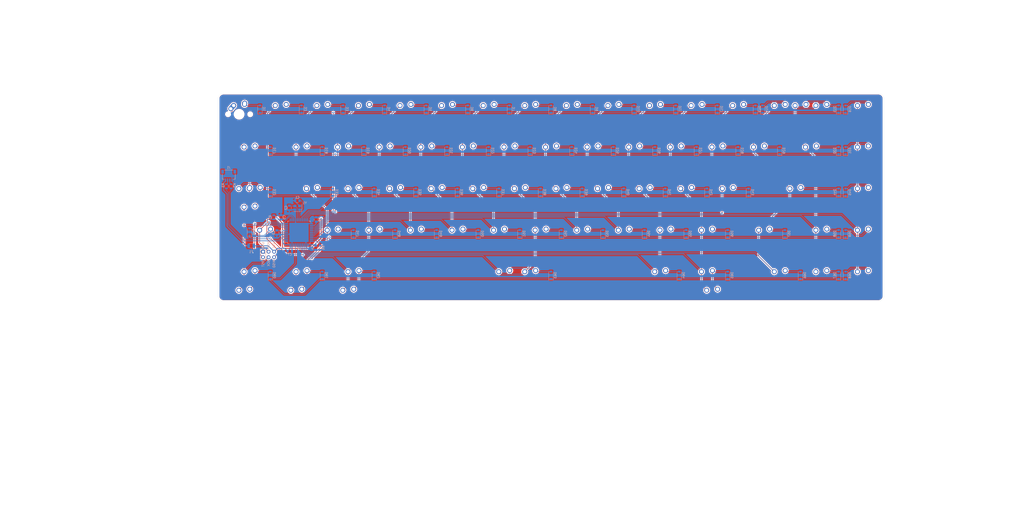
<source format=kicad_pcb>
(kicad_pcb (version 20171130) (host pcbnew "(5.1.4)-1")
  (layers (0 F.Cu signal) (31 B.Cu signal) (34 B.Paste user) (35 F.Paste user) (36 B.SilkS user) (37 F.SilkS user) (38 B.Mask user) (39 F.Mask user) (44 Edge.Cuts user))
  (net 0 "")
  (net 1 "Net-(C1-Pad1)")
  (net 2 GND)
  (net 3 "Net-(C2-Pad1)")
  (net 4 "Net-(C3-Pad1)")
  (net 5 +5V)
  (net 6 ROW0)
  (net 7 "Net-(D1-Pad2)")
  (net 8 "Net-(D2-Pad2)")
  (net 9 "Net-(D3-Pad2)")
  (net 10 "Net-(D4-Pad2)")
  (net 11 "Net-(D5-Pad2)")
  (net 12 "Net-(D6-Pad2)")
  (net 13 "Net-(D7-Pad2)")
  (net 14 "Net-(D8-Pad2)")
  (net 15 "Net-(D9-Pad2)")
  (net 16 "Net-(D10-Pad2)")
  (net 17 "Net-(D11-Pad2)")
  (net 18 "Net-(D12-Pad2)")
  (net 19 "Net-(D13-Pad2)")
  (net 20 "Net-(D14-Pad2)")
  (net 21 "Net-(D15-Pad2)")
  (net 22 "Net-(D16-Pad2)")
  (net 23 ROW1)
  (net 24 "Net-(D17-Pad2)")
  (net 25 "Net-(D18-Pad2)")
  (net 26 "Net-(D19-Pad2)")
  (net 27 "Net-(D20-Pad2)")
  (net 28 "Net-(D21-Pad2)")
  (net 29 "Net-(D22-Pad2)")
  (net 30 "Net-(D23-Pad2)")
  (net 31 "Net-(D24-Pad2)")
  (net 32 "Net-(D25-Pad2)")
  (net 33 "Net-(D26-Pad2)")
  (net 34 "Net-(D27-Pad2)")
  (net 35 "Net-(D28-Pad2)")
  (net 36 "Net-(D29-Pad2)")
  (net 37 "Net-(D30-Pad2)")
  (net 38 "Net-(D31-Pad2)")
  (net 39 ROW2)
  (net 40 "Net-(D32-Pad2)")
  (net 41 "Net-(D33-Pad2)")
  (net 42 "Net-(D34-Pad2)")
  (net 43 "Net-(D35-Pad2)")
  (net 44 "Net-(D36-Pad2)")
  (net 45 "Net-(D37-Pad2)")
  (net 46 "Net-(D38-Pad2)")
  (net 47 "Net-(D39-Pad2)")
  (net 48 "Net-(D40-Pad2)")
  (net 49 "Net-(D41-Pad2)")
  (net 50 "Net-(D42-Pad2)")
  (net 51 "Net-(D43-Pad2)")
  (net 52 "Net-(D44-Pad2)")
  (net 53 "Net-(D45-Pad2)")
  (net 54 ROW3)
  (net 55 "Net-(D46-Pad2)")
  (net 56 "Net-(D47-Pad2)")
  (net 57 "Net-(D48-Pad2)")
  (net 58 "Net-(D49-Pad2)")
  (net 59 "Net-(D50-Pad2)")
  (net 60 "Net-(D51-Pad2)")
  (net 61 "Net-(D52-Pad2)")
  (net 62 "Net-(D53-Pad2)")
  (net 63 "Net-(D54-Pad2)")
  (net 64 "Net-(D55-Pad2)")
  (net 65 "Net-(D56-Pad2)")
  (net 66 "Net-(D57-Pad2)")
  (net 67 "Net-(D58-Pad2)")
  (net 68 "Net-(D59-Pad2)")
  (net 69 ROW4)
  (net 70 "Net-(D60-Pad2)")
  (net 71 "Net-(D61-Pad2)")
  (net 72 "Net-(D62-Pad2)")
  (net 73 "Net-(D63-Pad2)")
  (net 74 "Net-(D64-Pad2)")
  (net 75 "Net-(D65-Pad2)")
  (net 76 "Net-(D66-Pad2)")
  (net 77 "Net-(D67-Pad2)")
  (net 78 "Net-(D68-Pad2)")
  (net 79 VCC)
  (net 80 D-)
  (net 81 D+)
  (net 82 RST)
  (net 83 MISO)
  (net 84 COL10)
  (net 85 COL9)
  (net 86 COL1)
  (net 87 COL2)
  (net 88 COL3)
  (net 89 COL4)
  (net 90 COL5)
  (net 91 COL6)
  (net 92 COL7)
  (net 93 COL8)
  (net 94 COL12)
  (net 95 COL11)
  (net 96 COL14)
  (net 97 COL13)
  (net 98 COL0)
  (net 99 COL15)
  (net 100 "Net-(R4-Pad2)")
  (net 101 "Net-(U1-Pad1)")
  (net 102 "Net-(U1-Pad12)")
  (net 103 "Net-(U1-Pad42)")
  (net 104 "Net-(U1-Pad8)")
  (module Alps_Only:ALPS-1U (layer F.Cu) (at 314.325 127)
    (fp_text reference MX-Super1)
    (fp_text value MX-NoLED)
    (pad 1 thru_hole circle (at -2.5 -4) (size 2.25 2.25) (drill 1.47) (layers *.Cu B.Mask) (net 99 COL15))
    (pad 2 thru_hole circle (at 2.5 -4.5) (size 2.25 2.25) (drill 1.47) (layers *.Cu B.Mask) (net 53 "Net-(D45-Pad2)"))
  )
  (module Alps_Only:ALPS-1U (layer F.Cu) (at 314.325 88.9)
    (fp_text reference MX-PgUp1)
    (fp_text value MX-NoLED)
    (pad 1 thru_hole circle (at -2.5 -4) (size 2.25 2.25) (drill 1.47) (layers *.Cu B.Mask) (net 99 COL15))
    (pad 2 thru_hole circle (at 2.5 -4.5) (size 2.25 2.25) (drill 1.47) (layers *.Cu B.Mask) (net 22 "Net-(D16-Pad2)"))
  )
  (module Alps_Only:ALPS-1U (layer F.Cu) (at 314.325 107.95)
    (fp_text reference MX-PgDn1)
    (fp_text value MX-NoLED)
    (pad 1 thru_hole circle (at -2.5 -4) (size 2.25 2.25) (drill 1.47) (layers *.Cu B.Mask) (net 99 COL15))
    (pad 2 thru_hole circle (at 2.5 -4.5) (size 2.25 2.25) (drill 1.47) (layers *.Cu B.Mask) (net 38 "Net-(D31-Pad2)"))
  )
  (module Alps_Only:ALPS-1U (layer F.Cu) (at 57.15 165.1)
    (fp_text reference MX-LWin1)
    (fp_text value MX-NoLED)
    (pad 1 thru_hole circle (at -2.5 -4) (size 2.25 2.25) (drill 1.47) (layers *.Cu B.Mask) (net 87 COL2))
    (pad 2 thru_hole circle (at 2.5 -4.5) (size 2.25 2.25) (drill 1.47) (layers *.Cu B.Mask) (net 71 "Net-(D61-Pad2)"))
  )
  (module Alps_Only:ALPS-1U (layer F.Cu) (at 314.325 146.05)
    (fp_text reference MX-Fn1)
    (fp_text value MX-NoLED)
    (pad 1 thru_hole circle (at -2.5 -4) (size 2.25 2.25) (drill 1.47) (layers *.Cu B.Mask) (net 99 COL15))
    (pad 2 thru_hole circle (at 2.5 -4.5) (size 2.25 2.25) (drill 1.47) (layers *.Cu B.Mask) (net 68 "Net-(D59-Pad2)"))
  )
  (module Alps_Only:ALPS-1U (layer F.Cu) (at 219.075 88.9)
    (fp_text reference MX-0)
    (fp_text value MX-NoLED)
    (pad 1 thru_hole circle (at -2.5 -4) (size 2.25 2.25) (drill 1.47) (layers *.Cu B.Mask) (net 84 COL10))
    (pad 2 thru_hole circle (at 2.5 -4.5) (size 2.25 2.25) (drill 1.47) (layers *.Cu B.Mask) (net 17 "Net-(D11-Pad2)"))
  )
  (module Alps_Only:ALPS-1U (layer F.Cu) (at 204.7875 146.05)
    (fp_text reference MX-,1)
    (fp_text value MX-NoLED)
    (pad 1 thru_hole circle (at -2.5 -4) (size 2.25 2.25) (drill 1.47) (layers *.Cu B.Mask) (net 85 COL9))
    (pad 2 thru_hole circle (at 2.5 -4.5) (size 2.25 2.25) (drill 1.47) (layers *.Cu B.Mask) (net 63 "Net-(D54-Pad2)"))
  )
  (module Alps_Only:ALPS-1U (layer F.Cu) (at 223.8375 146.05)
    (fp_text reference MX-.1)
    (fp_text value MX-NoLED)
    (pad 1 thru_hole circle (at -2.5 -4) (size 2.25 2.25) (drill 1.47) (layers *.Cu B.Mask) (net 84 COL10))
    (pad 2 thru_hole circle (at 2.5 -4.5) (size 2.25 2.25) (drill 1.47) (layers *.Cu B.Mask) (net 64 "Net-(D55-Pad2)"))
  )
  (module Alps_Only:ALPS-1U (layer F.Cu) (at 47.625 88.9)
    (fp_text reference MX-1)
    (fp_text value MX-NoLED)
    (pad 1 thru_hole circle (at -2.5 -4) (size 2.25 2.25) (drill 1.47) (layers *.Cu B.Mask) (net 86 COL1))
    (pad 2 thru_hole circle (at 2.5 -4.5) (size 2.25 2.25) (drill 1.47) (layers *.Cu B.Mask) (net 8 "Net-(D2-Pad2)"))
  )
  (module Alps_Only:ALPS-1U (layer F.Cu) (at 66.675 88.9)
    (fp_text reference MX-2)
    (fp_text value MX-NoLED)
    (pad 1 thru_hole circle (at -2.5 -4) (size 2.25 2.25) (drill 1.47) (layers *.Cu B.Mask) (net 87 COL2))
    (pad 2 thru_hole circle (at 2.5 -4.5) (size 2.25 2.25) (drill 1.47) (layers *.Cu B.Mask) (net 9 "Net-(D3-Pad2)"))
  )
  (module Alps_Only:ALPS-1U (layer F.Cu) (at 85.725 88.9)
    (fp_text reference MX-3)
    (fp_text value MX-NoLED)
    (pad 1 thru_hole circle (at -2.5 -4) (size 2.25 2.25) (drill 1.47) (layers *.Cu B.Mask) (net 88 COL3))
    (pad 2 thru_hole circle (at 2.5 -4.5) (size 2.25 2.25) (drill 1.47) (layers *.Cu B.Mask) (net 10 "Net-(D4-Pad2)"))
  )
  (module Alps_Only:ALPS-1U (layer F.Cu) (at 104.775 88.9)
    (fp_text reference MX-4)
    (fp_text value MX-NoLED)
    (pad 1 thru_hole circle (at -2.5 -4) (size 2.25 2.25) (drill 1.47) (layers *.Cu B.Mask) (net 89 COL4))
    (pad 2 thru_hole circle (at 2.5 -4.5) (size 2.25 2.25) (drill 1.47) (layers *.Cu B.Mask) (net 11 "Net-(D5-Pad2)"))
  )
  (module Alps_Only:ALPS-1U (layer F.Cu) (at 123.825 88.9)
    (fp_text reference MX-5)
    (fp_text value MX-NoLED)
    (pad 1 thru_hole circle (at -2.5 -4) (size 2.25 2.25) (drill 1.47) (layers *.Cu B.Mask) (net 90 COL5))
    (pad 2 thru_hole circle (at 2.5 -4.5) (size 2.25 2.25) (drill 1.47) (layers *.Cu B.Mask) (net 12 "Net-(D6-Pad2)"))
  )
  (module Alps_Only:ALPS-1U (layer F.Cu) (at 142.875 88.9)
    (fp_text reference MX-6)
    (fp_text value MX-NoLED)
    (pad 1 thru_hole circle (at -2.5 -4) (size 2.25 2.25) (drill 1.47) (layers *.Cu B.Mask) (net 91 COL6))
    (pad 2 thru_hole circle (at 2.5 -4.5) (size 2.25 2.25) (drill 1.47) (layers *.Cu B.Mask) (net 13 "Net-(D7-Pad2)"))
  )
  (module Alps_Only:ALPS-1U (layer F.Cu) (at 161.925 88.9)
    (fp_text reference MX-7)
    (fp_text value MX-NoLED)
    (pad 1 thru_hole circle (at -2.5 -4) (size 2.25 2.25) (drill 1.47) (layers *.Cu B.Mask) (net 92 COL7))
    (pad 2 thru_hole circle (at 2.5 -4.5) (size 2.25 2.25) (drill 1.47) (layers *.Cu B.Mask) (net 14 "Net-(D8-Pad2)"))
  )
  (module Alps_Only:ALPS-1U (layer F.Cu) (at 180.975 88.9)
    (fp_text reference MX-8)
    (fp_text value MX-NoLED)
    (pad 1 thru_hole circle (at -2.5 -4) (size 2.25 2.25) (drill 1.47) (layers *.Cu B.Mask) (net 93 COL8))
    (pad 2 thru_hole circle (at 2.5 -4.5) (size 2.25 2.25) (drill 1.47) (layers *.Cu B.Mask) (net 15 "Net-(D9-Pad2)"))
  )
  (module Alps_Only:ALPS-1U (layer F.Cu) (at 200.025 88.9)
    (fp_text reference MX-9)
    (fp_text value MX-NoLED)
    (pad 1 thru_hole circle (at -2.5 -4) (size 2.25 2.25) (drill 1.47) (layers *.Cu B.Mask) (net 85 COL9))
    (pad 2 thru_hole circle (at 2.5 -4.5) (size 2.25 2.25) (drill 1.47) (layers *.Cu B.Mask) (net 16 "Net-(D10-Pad2)"))
  )
  (module Alps_Only:ALPS-1U (layer F.Cu) (at 252.4125 127)
    (fp_text reference MX-'1)
    (fp_text value MX-NoLED)
    (pad 1 thru_hole circle (at -2.5 -4) (size 2.25 2.25) (drill 1.47) (layers *.Cu B.Mask) (net 94 COL12))
    (pad 2 thru_hole circle (at 2.5 -4.5) (size 2.25 2.25) (drill 1.47) (layers *.Cu B.Mask) (net 51 "Net-(D43-Pad2)"))
  )
  (module Alps_Only:ALPS-1U (layer F.Cu) (at 238.125 88.9)
    (fp_text reference MX--1)
    (fp_text value MX-NoLED)
    (pad 1 thru_hole circle (at -2.5 -4) (size 2.25 2.25) (drill 1.47) (layers *.Cu B.Mask) (net 95 COL11))
    (pad 2 thru_hole circle (at 2.5 -4.5) (size 2.25 2.25) (drill 1.47) (layers *.Cu B.Mask) (net 18 "Net-(D12-Pad2)"))
  )
  (module Alps_Only:ALPS-1U (layer F.Cu) (at 242.8875 146.05)
    (fp_text reference MX-/1)
    (fp_text value MX-NoLED)
    (pad 1 thru_hole circle (at -2.5 -4) (size 2.25 2.25) (drill 1.47) (layers *.Cu B.Mask) (net 95 COL11))
    (pad 2 thru_hole circle (at 2.5 -4.5) (size 2.25 2.25) (drill 1.47) (layers *.Cu B.Mask) (net 65 "Net-(D56-Pad2)"))
  )
  (module Alps_Only:ALPS-1U (layer F.Cu) (at 233.3625 127)
    (fp_text reference MX-;1)
    (fp_text value MX-NoLED)
    (pad 1 thru_hole circle (at -2.5 -4) (size 2.25 2.25) (drill 1.47) (layers *.Cu B.Mask) (net 95 COL11))
    (pad 2 thru_hole circle (at 2.5 -4.5) (size 2.25 2.25) (drill 1.47) (layers *.Cu B.Mask) (net 50 "Net-(D42-Pad2)"))
  )
  (module Alps_Only:ALPS-1U (layer F.Cu) (at 257.175 88.9)
    (fp_text reference MX-=1)
    (fp_text value MX-NoLED)
    (pad 1 thru_hole circle (at -2.5 -4) (size 2.25 2.25) (drill 1.47) (layers *.Cu B.Mask) (net 94 COL12))
    (pad 2 thru_hole circle (at 2.5 -4.5) (size 2.25 2.25) (drill 1.47) (layers *.Cu B.Mask) (net 19 "Net-(D13-Pad2)"))
  )
  (module Alps_Only:ALPS-1U (layer F.Cu) (at 247.65 107.95)
    (fp_text reference MX-[1)
    (fp_text value MX-NoLED)
    (pad 1 thru_hole circle (at -2.5 -4) (size 2.25 2.25) (drill 1.47) (layers *.Cu B.Mask) (net 94 COL12))
    (pad 2 thru_hole circle (at 2.5 -4.5) (size 2.25 2.25) (drill 1.47) (layers *.Cu B.Mask) (net 35 "Net-(D28-Pad2)"))
  )
  (module Alps_Only:ALPS-1U (layer F.Cu) (at 266.7 107.95)
    (fp_text reference MX-]1)
    (fp_text value MX-NoLED)
    (pad 1 thru_hole circle (at -2.5 -4) (size 2.25 2.25) (drill 1.47) (layers *.Cu B.Mask) (net 97 COL13))
    (pad 2 thru_hole circle (at 2.5 -4.5) (size 2.25 2.25) (drill 1.47) (layers *.Cu B.Mask) (net 36 "Net-(D29-Pad2)"))
  )
  (module Alps_Only:ALPS-1U (layer F.Cu) (at 276.225 88.9)
    (fp_text reference MX-`1)
    (fp_text value MX-NoLED)
    (pad 1 thru_hole circle (at -2.5 -4) (size 2.25 2.25) (drill 1.47) (layers *.Cu B.Mask) (net 97 COL13))
    (pad 2 thru_hole circle (at 2.5 -4.5) (size 2.25 2.25) (drill 1.47) (layers *.Cu B.Mask) (net 20 "Net-(D14-Pad2)"))
  )
  (module Alps_Only:ALPS-1U (layer F.Cu) (at 61.9125 127)
    (fp_text reference MX-A1)
    (fp_text value MX-NoLED)
    (pad 1 thru_hole circle (at -2.5 -4) (size 2.25 2.25) (drill 1.47) (layers *.Cu B.Mask) (net 87 COL2))
    (pad 2 thru_hole circle (at 2.5 -4.5) (size 2.25 2.25) (drill 1.47) (layers *.Cu B.Mask) (net 41 "Net-(D33-Pad2)"))
  )
  (module Alps_Only:ALPS-1U (layer F.Cu) (at 147.6375 146.05)
    (fp_text reference MX-B1)
    (fp_text value MX-NoLED)
    (pad 1 thru_hole circle (at -2.5 -4) (size 2.25 2.25) (drill 1.47) (layers *.Cu B.Mask) (net 91 COL6))
    (pad 2 thru_hole circle (at 2.5 -4.5) (size 2.25 2.25) (drill 1.47) (layers *.Cu B.Mask) (net 60 "Net-(D51-Pad2)"))
  )
  (module Alps_Only:ALPS-1U (layer F.Cu) (at 295.275 88.9)
    (fp_text reference MX-Backspace1)
    (fp_text value MX-NoLED)
    (pad 1 thru_hole circle (at -2.5 -4) (size 2.25 2.25) (drill 1.47) (layers *.Cu B.Mask) (net 96 COL14))
    (pad 2 thru_hole circle (at 2.5 -4.5) (size 2.25 2.25) (drill 1.47) (layers *.Cu B.Mask) (net 21 "Net-(D15-Pad2)"))
  )
  (module Alps_Only:ALPS-1U (layer F.Cu) (at 109.5375 146.05)
    (fp_text reference MX-C1)
    (fp_text value MX-NoLED)
    (pad 1 thru_hole circle (at -2.5 -4) (size 2.25 2.25) (drill 1.47) (layers *.Cu B.Mask) (net 89 COL4))
    (pad 2 thru_hole circle (at 2.5 -4.5) (size 2.25 2.25) (drill 1.47) (layers *.Cu B.Mask) (net 58 "Net-(D49-Pad2)"))
  )
  (module Alps_Only:ALPS-1U (layer F.Cu) (at 35.71875 127)
    (fp_text reference MX-Caps1)
    (fp_text value MX-NoLED)
    (pad 1 thru_hole circle (at -2.5 -4) (size 2.25 2.25) (drill 1.47) (layers *.Cu B.Mask) (net 98 COL0))
    (pad 2 thru_hole circle (at 2.5 -4.5) (size 2.25 2.25) (drill 1.47) (layers *.Cu B.Mask) (net 40 "Net-(D32-Pad2)"))
  )
  (module Alps_Only:ALPS-1U (layer F.Cu) (at 30.95625 127)
    (fp_text reference MX-Caps2)
    (fp_text value MX-NoLED)
    (pad 1 thru_hole circle (at -2.5 -4) (size 2.25 2.25) (drill 1.47) (layers *.Cu B.Mask) (net 40 "Net-(D32-Pad2)"))
    (pad 2 thru_hole circle (at 2.5 -4.5) (size 2.25 2.25) (drill 1.47) (layers *.Cu B.Mask) (net 98 COL0))
  )
  (module Alps_Only:ALPS-1U (layer F.Cu) (at 33.3375 127 180)
    (fp_text reference MX-Caps3)
    (fp_text value MX-NoLED)
    (pad 1 thru_hole circle (at -2.5 -4 180) (size 2.25 2.25) (drill 1.47) (layers *.Cu B.Mask) (net 40 "Net-(D32-Pad2)"))
    (pad 2 thru_hole circle (at 2.5 -4.5 180) (size 2.25 2.25) (drill 1.47) (layers *.Cu B.Mask) (net 98 COL0))
  )
  (module Alps_Only:ALPS-1U (layer F.Cu) (at 100.0125 127)
    (fp_text reference MX-D1)
    (fp_text value MX-NoLED)
    (pad 1 thru_hole circle (at -2.5 -4) (size 2.25 2.25) (drill 1.47) (layers *.Cu B.Mask) (net 89 COL4))
    (pad 2 thru_hole circle (at 2.5 -4.5) (size 2.25 2.25) (drill 1.47) (layers *.Cu B.Mask) (net 43 "Net-(D35-Pad2)"))
  )
  (module Alps_Only:ALPS-1U (layer F.Cu) (at 295.275 165.1)
    (fp_text reference MX-DArrow1)
    (fp_text value MX-NoLED)
    (pad 1 thru_hole circle (at -2.5 -4) (size 2.25 2.25) (drill 1.47) (layers *.Cu B.Mask) (net 96 COL14))
    (pad 2 thru_hole circle (at 2.5 -4.5) (size 2.25 2.25) (drill 1.47) (layers *.Cu B.Mask) (net 77 "Net-(D67-Pad2)"))
  )
  (module Alps_Only:ALPS-1U (layer F.Cu) (at 95.25 107.95)
    (fp_text reference MX-E1)
    (fp_text value MX-NoLED)
    (pad 1 thru_hole circle (at -2.5 -4) (size 2.25 2.25) (drill 1.47) (layers *.Cu B.Mask) (net 89 COL4))
    (pad 2 thru_hole circle (at 2.5 -4.5) (size 2.25 2.25) (drill 1.47) (layers *.Cu B.Mask) (net 27 "Net-(D20-Pad2)"))
  )
  (module Alps_Only:ALPS-1U (layer F.Cu) (at 119.0625 127)
    (fp_text reference MX-F1)
    (fp_text value MX-NoLED)
    (pad 1 thru_hole circle (at -2.5 -4) (size 2.25 2.25) (drill 1.47) (layers *.Cu B.Mask) (net 90 COL5))
    (pad 2 thru_hole circle (at 2.5 -4.5) (size 2.25 2.25) (drill 1.47) (layers *.Cu B.Mask) (net 44 "Net-(D36-Pad2)"))
  )
  (module Alps_Only:ALPS-1U (layer F.Cu) (at 138.1125 127)
    (fp_text reference MX-G1)
    (fp_text value MX-NoLED)
    (pad 1 thru_hole circle (at -2.5 -4) (size 2.25 2.25) (drill 1.47) (layers *.Cu B.Mask) (net 91 COL6))
    (pad 2 thru_hole circle (at 2.5 -4.5) (size 2.25 2.25) (drill 1.47) (layers *.Cu B.Mask) (net 45 "Net-(D37-Pad2)"))
  )
  (module Alps_Only:ALPS-1U (layer F.Cu) (at 157.1625 127)
    (fp_text reference MX-H1)
    (fp_text value MX-NoLED)
    (pad 1 thru_hole circle (at -2.5 -4) (size 2.25 2.25) (drill 1.47) (layers *.Cu B.Mask) (net 92 COL7))
    (pad 2 thru_hole circle (at 2.5 -4.5) (size 2.25 2.25) (drill 1.47) (layers *.Cu B.Mask) (net 46 "Net-(D38-Pad2)"))
  )
  (module Alps_Only:ALPS-1U (layer F.Cu) (at 190.5 107.95)
    (fp_text reference MX-I1)
    (fp_text value MX-NoLED)
    (pad 1 thru_hole circle (at -2.5 -4) (size 2.25 2.25) (drill 1.47) (layers *.Cu B.Mask) (net 85 COL9))
    (pad 2 thru_hole circle (at 2.5 -4.5) (size 2.25 2.25) (drill 1.47) (layers *.Cu B.Mask) (net 32 "Net-(D25-Pad2)"))
  )
  (module Alps_Only:ALPS-1U (layer F.Cu) (at 176.2125 127)
    (fp_text reference MX-J1)
    (fp_text value MX-NoLED)
    (pad 1 thru_hole circle (at -2.5 -4) (size 2.25 2.25) (drill 1.47) (layers *.Cu B.Mask) (net 93 COL8))
    (pad 2 thru_hole circle (at 2.5 -4.5) (size 2.25 2.25) (drill 1.47) (layers *.Cu B.Mask) (net 47 "Net-(D39-Pad2)"))
  )
  (module Alps_Only:ALPS-1U (layer F.Cu) (at 195.2625 127)
    (fp_text reference MX-K1)
    (fp_text value MX-NoLED)
    (pad 1 thru_hole circle (at -2.5 -4) (size 2.25 2.25) (drill 1.47) (layers *.Cu B.Mask) (net 85 COL9))
    (pad 2 thru_hole circle (at 2.5 -4.5) (size 2.25 2.25) (drill 1.47) (layers *.Cu B.Mask) (net 48 "Net-(D40-Pad2)"))
  )
  (module Alps_Only:ALPS-1U (layer F.Cu) (at 214.3125 127)
    (fp_text reference MX-L1)
    (fp_text value MX-NoLED)
    (pad 1 thru_hole circle (at -2.5 -4) (size 2.25 2.25) (drill 1.47) (layers *.Cu B.Mask) (net 84 COL10))
    (pad 2 thru_hole circle (at 2.5 -4.5) (size 2.25 2.25) (drill 1.47) (layers *.Cu B.Mask) (net 49 "Net-(D41-Pad2)"))
  )
  (module Alps_Only:ALPS-1U (layer F.Cu) (at 276.225 165.1)
    (fp_text reference MX-LArrow1)
    (fp_text value MX-NoLED)
    (pad 1 thru_hole circle (at -2.5 -4) (size 2.25 2.25) (drill 1.47) (layers *.Cu B.Mask) (net 97 COL13))
    (pad 2 thru_hole circle (at 2.5 -4.5) (size 2.25 2.25) (drill 1.47) (layers *.Cu B.Mask) (net 76 "Net-(D66-Pad2)"))
  )
  (module Alps_Only:ALPS-1U (layer F.Cu) (at 185.7375 146.05)
    (fp_text reference MX-M1)
    (fp_text value MX-NoLED)
    (pad 1 thru_hole circle (at -2.5 -4) (size 2.25 2.25) (drill 1.47) (layers *.Cu B.Mask) (net 93 COL8))
    (pad 2 thru_hole circle (at 2.5 -4.5) (size 2.25 2.25) (drill 1.47) (layers *.Cu B.Mask) (net 62 "Net-(D53-Pad2)"))
  )
  (module Alps_Only:ALPS-1U (layer F.Cu) (at 166.6875 146.05)
    (fp_text reference MX-N1)
    (fp_text value MX-NoLED)
    (pad 1 thru_hole circle (at -2.5 -4) (size 2.25 2.25) (drill 1.47) (layers *.Cu B.Mask) (net 92 COL7))
    (pad 2 thru_hole circle (at 2.5 -4.5) (size 2.25 2.25) (drill 1.47) (layers *.Cu B.Mask) (net 61 "Net-(D52-Pad2)"))
  )
  (module Alps_Only:ALPS-1U (layer F.Cu) (at 209.55 107.95)
    (fp_text reference MX-O1)
    (fp_text value MX-NoLED)
    (pad 1 thru_hole circle (at -2.5 -4) (size 2.25 2.25) (drill 1.47) (layers *.Cu B.Mask) (net 84 COL10))
    (pad 2 thru_hole circle (at 2.5 -4.5) (size 2.25 2.25) (drill 1.47) (layers *.Cu B.Mask) (net 33 "Net-(D26-Pad2)"))
  )
  (module Alps_Only:ALPS-1U (layer F.Cu) (at 228.6 107.95)
    (fp_text reference MX-P1)
    (fp_text value MX-NoLED)
    (pad 1 thru_hole circle (at -2.5 -4) (size 2.25 2.25) (drill 1.47) (layers *.Cu B.Mask) (net 95 COL11))
    (pad 2 thru_hole circle (at 2.5 -4.5) (size 2.25 2.25) (drill 1.47) (layers *.Cu B.Mask) (net 34 "Net-(D27-Pad2)"))
  )
  (module Alps_Only:ALPS-1U (layer F.Cu) (at 57.15 107.95)
    (fp_text reference MX-Q1)
    (fp_text value MX-NoLED)
    (pad 1 thru_hole circle (at -2.5 -4) (size 2.25 2.25) (drill 1.47) (layers *.Cu B.Mask) (net 87 COL2))
    (pad 2 thru_hole circle (at 2.5 -4.5) (size 2.25 2.25) (drill 1.47) (layers *.Cu B.Mask) (net 25 "Net-(D18-Pad2)"))
  )
  (module Alps_Only:ALPS-1U (layer F.Cu) (at 114.3 107.95)
    (fp_text reference MX-R1)
    (fp_text value MX-NoLED)
    (pad 1 thru_hole circle (at -2.5 -4) (size 2.25 2.25) (drill 1.47) (layers *.Cu B.Mask) (net 90 COL5))
    (pad 2 thru_hole circle (at 2.5 -4.5) (size 2.25 2.25) (drill 1.47) (layers *.Cu B.Mask) (net 28 "Net-(D21-Pad2)"))
  )
  (module Alps_Only:ALPS-1U (layer F.Cu) (at 314.325 165.1)
    (fp_text reference MX-RArrow1)
    (fp_text value MX-NoLED)
    (pad 1 thru_hole circle (at -2.5 -4) (size 2.25 2.25) (drill 1.47) (layers *.Cu B.Mask) (net 99 COL15))
    (pad 2 thru_hole circle (at 2.5 -4.5) (size 2.25 2.25) (drill 1.47) (layers *.Cu B.Mask) (net 78 "Net-(D68-Pad2)"))
  )
  (module Alps_Only:ALPS-1U (layer F.Cu) (at 80.9625 127)
    (fp_text reference MX-S1)
    (fp_text value MX-NoLED)
    (pad 1 thru_hole circle (at -2.5 -4) (size 2.25 2.25) (drill 1.47) (layers *.Cu B.Mask) (net 88 COL3))
    (pad 2 thru_hole circle (at 2.5 -4.5) (size 2.25 2.25) (drill 1.47) (layers *.Cu B.Mask) (net 42 "Net-(D34-Pad2)"))
  )
  (module Alps_Only:ALPS-1U (layer F.Cu) (at 133.35 107.95)
    (fp_text reference MX-T1)
    (fp_text value MX-NoLED)
    (pad 1 thru_hole circle (at -2.5 -4) (size 2.25 2.25) (drill 1.47) (layers *.Cu B.Mask) (net 91 COL6))
    (pad 2 thru_hole circle (at 2.5 -4.5) (size 2.25 2.25) (drill 1.47) (layers *.Cu B.Mask) (net 29 "Net-(D22-Pad2)"))
  )
  (module Alps_Only:ALPS-1U (layer F.Cu) (at 171.45 107.95)
    (fp_text reference MX-U1)
    (fp_text value MX-NoLED)
    (pad 1 thru_hole circle (at -2.5 -4) (size 2.25 2.25) (drill 1.47) (layers *.Cu B.Mask) (net 93 COL8))
    (pad 2 thru_hole circle (at 2.5 -4.5) (size 2.25 2.25) (drill 1.47) (layers *.Cu B.Mask) (net 31 "Net-(D24-Pad2)"))
  )
  (module Alps_Only:ALPS-1U (layer F.Cu) (at 295.275 146.05)
    (fp_text reference MX-UArrow1)
    (fp_text value MX-NoLED)
    (pad 1 thru_hole circle (at -2.5 -4) (size 2.25 2.25) (drill 1.47) (layers *.Cu B.Mask) (net 96 COL14))
    (pad 2 thru_hole circle (at 2.5 -4.5) (size 2.25 2.25) (drill 1.47) (layers *.Cu B.Mask) (net 67 "Net-(D58-Pad2)"))
  )
  (module Alps_Only:ALPS-1U (layer F.Cu) (at 128.5875 146.05)
    (fp_text reference MX-V1)
    (fp_text value MX-NoLED)
    (pad 1 thru_hole circle (at -2.5 -4) (size 2.25 2.25) (drill 1.47) (layers *.Cu B.Mask) (net 90 COL5))
    (pad 2 thru_hole circle (at 2.5 -4.5) (size 2.25 2.25) (drill 1.47) (layers *.Cu B.Mask) (net 59 "Net-(D50-Pad2)"))
  )
  (module Alps_Only:ALPS-1U (layer F.Cu) (at 76.2 107.95)
    (fp_text reference MX-W1)
    (fp_text value MX-NoLED)
    (pad 1 thru_hole circle (at -2.5 -4) (size 2.25 2.25) (drill 1.47) (layers *.Cu B.Mask) (net 88 COL3))
    (pad 2 thru_hole circle (at 2.5 -4.5) (size 2.25 2.25) (drill 1.47) (layers *.Cu B.Mask) (net 26 "Net-(D19-Pad2)"))
  )
  (module Alps_Only:ALPS-1U (layer F.Cu) (at 152.4 107.95)
    (fp_text reference MX-Y1)
    (fp_text value MX-NoLED)
    (pad 1 thru_hole circle (at -2.5 -4) (size 2.25 2.25) (drill 1.47) (layers *.Cu B.Mask) (net 92 COL7))
    (pad 2 thru_hole circle (at 2.5 -4.5) (size 2.25 2.25) (drill 1.47) (layers *.Cu B.Mask) (net 30 "Net-(D23-Pad2)"))
  )
  (module Alps_Only:ALPS-1U (layer F.Cu) (at 71.4375 146.05)
    (fp_text reference MX-Z1)
    (fp_text value MX-NoLED)
    (pad 1 thru_hole circle (at -2.5 -4) (size 2.25 2.25) (drill 1.47) (layers *.Cu B.Mask) (net 87 COL2))
    (pad 2 thru_hole circle (at 2.5 -4.5) (size 2.25 2.25) (drill 1.47) (layers *.Cu B.Mask) (net 56 "Net-(D47-Pad2)"))
  )
  (module Alps_Only:ALPS-1U (layer F.Cu) (at 90.4875 146.05)
    (fp_text reference MX-X1)
    (fp_text value MX-NoLED)
    (pad 1 thru_hole circle (at -2.5 -4) (size 2.25 2.25) (drill 1.47) (layers *.Cu B.Mask) (net 88 COL3))
    (pad 2 thru_hole circle (at 2.5 -4.5) (size 2.25 2.25) (drill 1.47) (layers *.Cu B.Mask) (net 57 "Net-(D48-Pad2)"))
  )
  (module Alps_Only:ALPS-1.5U (layer F.Cu) (at 242.8875 165.1)
    (fp_text reference MX-RWin1)
    (fp_text value MX-NoLED)
    (pad 1 thru_hole circle (at -2.5 -4) (size 2.25 2.25) (drill 1.47) (layers *.Cu B.Mask) (net 95 COL11))
    (pad 2 thru_hole circle (at 2.5 -4.5) (size 2.25 2.25) (drill 1.47) (layers *.Cu B.Mask) (net 75 "Net-(D65-Pad2)"))
  )
  (module Crystals:Crystal_SMD_3225-4pin_3.2x2.5mm (layer B.Cu) (at 55.21325 131.826 180)
    (fp_text reference Y1 (at -3.46075 2.286 180) (layer B.SilkS) (effects (justify mirror)))
    (fp_text value 16MHz)
    (pad 1 smd rect (at -1.1 -0.85 180) (size 1.4 1.2) (layers B.Cu B.Paste B.Mask) (net 1 "Net-(C1-Pad1)"))
    (pad 2 smd rect (at 1.1 -0.85 180) (size 1.4 1.2) (layers B.Cu B.Paste B.Mask) (net 2 GND))
    (pad 3 smd rect (at 1.1 0.85 180) (size 1.4 1.2) (layers B.Cu B.Paste B.Mask) (net 3 "Net-(C2-Pad1)"))
    (pad 4 smd rect (at -1.1 0.85 180) (size 1.4 1.2) (layers B.Cu B.Paste B.Mask) (net 2 GND))
  )
  (module Housings_QFP:TQFP-44_10x10mm_Pitch0.8mm (layer B.Cu) (at 56.007 143.0655)
    (fp_text reference U1 (at 0 7.45) (layer B.SilkS) (effects (justify mirror)))
    (fp_text value ATmega32U4-AU)
    (pad 44 smd rect (at -4 5.7 270) (size 1.5 0.55) (layers B.Cu B.Paste B.Mask) (net 5 +5V))
    (pad 43 smd rect (at -3.2 5.7 270) (size 1.5 0.55) (layers B.Cu B.Paste B.Mask) (net 2 GND))
    (pad 42 smd rect (at -2.4 5.7 270) (size 1.5 0.55) (layers B.Cu B.Paste B.Mask) (net 103 "Net-(U1-Pad42)"))
    (pad 41 smd rect (at -1.6 5.7 270) (size 1.5 0.55) (layers B.Cu B.Paste B.Mask) (net 69 ROW4))
    (pad 40 smd rect (at -0.8 5.7 270) (size 1.5 0.55) (layers B.Cu B.Paste B.Mask) (net 88 COL3))
    (pad 39 smd rect (at 0 5.7 270) (size 1.5 0.55) (layers B.Cu B.Paste B.Mask) (net 92 COL7))
    (pad 38 smd rect (at 0.8 5.7 270) (size 1.5 0.55) (layers B.Cu B.Paste B.Mask) (net 84 COL10))
    (pad 37 smd rect (at 1.6 5.7 270) (size 1.5 0.55) (layers B.Cu B.Paste B.Mask) (net 95 COL11))
    (pad 36 smd rect (at 2.4 5.7 270) (size 1.5 0.55) (layers B.Cu B.Paste B.Mask) (net 97 COL13))
    (pad 35 smd rect (at 3.2 5.7 270) (size 1.5 0.55) (layers B.Cu B.Paste B.Mask) (net 2 GND))
    (pad 34 smd rect (at 4 5.7 270) (size 1.5 0.55) (layers B.Cu B.Paste B.Mask) (net 5 +5V))
    (pad 33 smd rect (at 5.7 4) (size 1.5 0.55) (layers B.Cu B.Paste B.Mask) (net 100 "Net-(R4-Pad2)"))
    (pad 32 smd rect (at 5.7 3.2) (size 1.5 0.55) (layers B.Cu B.Paste B.Mask) (net 54 ROW3))
    (pad 31 smd rect (at 5.7 2.4) (size 1.5 0.55) (layers B.Cu B.Paste B.Mask) (net 87 COL2))
    (pad 30 smd rect (at 5.7 1.6) (size 1.5 0.55) (layers B.Cu B.Paste B.Mask) (net 89 COL4))
    (pad 29 smd rect (at 5.7 0.8) (size 1.5 0.55) (layers B.Cu B.Paste B.Mask) (net 90 COL5))
    (pad 28 smd rect (at 5.7 0) (size 1.5 0.55) (layers B.Cu B.Paste B.Mask) (net 91 COL6))
    (pad 27 smd rect (at 5.7 -0.8) (size 1.5 0.55) (layers B.Cu B.Paste B.Mask) (net 93 COL8))
    (pad 26 smd rect (at 5.7 -1.6) (size 1.5 0.55) (layers B.Cu B.Paste B.Mask) (net 85 COL9))
    (pad 25 smd rect (at 5.7 -2.4) (size 1.5 0.55) (layers B.Cu B.Paste B.Mask) (net 96 COL14))
    (pad 24 smd rect (at 5.7 -3.2) (size 1.5 0.55) (layers B.Cu B.Paste B.Mask) (net 5 +5V))
    (pad 23 smd rect (at 5.7 -4) (size 1.5 0.55) (layers B.Cu B.Paste B.Mask) (net 2 GND))
    (pad 22 smd rect (at 4 -5.7 270) (size 1.5 0.55) (layers B.Cu B.Paste B.Mask) (net 99 COL15))
    (pad 21 smd rect (at 3.2 -5.7 270) (size 1.5 0.55) (layers B.Cu B.Paste B.Mask) (net 94 COL12))
    (pad 20 smd rect (at 2.4 -5.7 270) (size 1.5 0.55) (layers B.Cu B.Paste B.Mask) (net 23 ROW1))
    (pad 19 smd rect (at 1.6 -5.7 270) (size 1.5 0.55) (layers B.Cu B.Paste B.Mask) (net 6 ROW0))
    (pad 18 smd rect (at 0.8 -5.7 270) (size 1.5 0.55) (layers B.Cu B.Paste B.Mask) (net 39 ROW2))
    (pad 17 smd rect (at 0 -5.7 270) (size 1.5 0.55) (layers B.Cu B.Paste B.Mask) (net 1 "Net-(C1-Pad1)"))
    (pad 16 smd rect (at -0.8 -5.7 270) (size 1.5 0.55) (layers B.Cu B.Paste B.Mask) (net 3 "Net-(C2-Pad1)"))
    (pad 15 smd rect (at -1.6 -5.7 270) (size 1.5 0.55) (layers B.Cu B.Paste B.Mask) (net 2 GND))
    (pad 14 smd rect (at -2.4 -5.7 270) (size 1.5 0.55) (layers B.Cu B.Paste B.Mask) (net 5 +5V))
    (pad 13 smd rect (at -3.2 -5.7 270) (size 1.5 0.55) (layers B.Cu B.Paste B.Mask) (net 82 RST))
    (pad 12 smd rect (at -4 -5.7 270) (size 1.5 0.55) (layers B.Cu B.Paste B.Mask) (net 102 "Net-(U1-Pad12)"))
    (pad 11 smd rect (at -5.7 -4) (size 1.5 0.55) (layers B.Cu B.Paste B.Mask) (net 83 MISO))
    (pad 10 smd rect (at -5.7 -3.2) (size 1.5 0.55) (layers B.Cu B.Paste B.Mask) (net 86 COL1))
    (pad 9 smd rect (at -5.7 -2.4) (size 1.5 0.55) (layers B.Cu B.Paste B.Mask) (net 98 COL0))
    (pad 8 smd rect (at -5.7 -1.6) (size 1.5 0.55) (layers B.Cu B.Paste B.Mask) (net 104 "Net-(U1-Pad8)"))
    (pad 7 smd rect (at -5.7 -0.8) (size 1.5 0.55) (layers B.Cu B.Paste B.Mask) (net 5 +5V))
    (pad 6 smd rect (at -5.7 0) (size 1.5 0.55) (layers B.Cu B.Paste B.Mask) (net 4 "Net-(C3-Pad1)"))
    (pad 5 smd rect (at -5.7 0.8) (size 1.5 0.55) (layers B.Cu B.Paste B.Mask) (net 2 GND))
    (pad 4 smd rect (at -5.7 1.6) (size 1.5 0.55) (layers B.Cu B.Paste B.Mask) (net 81 D+))
    (pad 3 smd rect (at -5.7 2.4) (size 1.5 0.55) (layers B.Cu B.Paste B.Mask) (net 80 D-))
    (pad 2 smd rect (at -5.7 3.2) (size 1.5 0.55) (layers B.Cu B.Paste B.Mask) (net 5 +5V))
    (pad 1 smd rect (at -5.7 4) (size 1.5 0.55) (layers B.Cu B.Paste B.Mask) (net 101 "Net-(U1-Pad1)"))
  )
  (module Resistors_SMD:R_0805 (layer B.Cu) (at 65.659 150.114 90)
    (fp_text reference R4 (at 0 1.65 270) (layer B.SilkS) (effects (justify mirror)))
    (fp_text value 10k)
    (pad 1 smd rect (at -0.95 0 90) (size 0.7 1.3) (layers B.Cu B.Paste B.Mask) (net 2 GND))
    (pad 2 smd rect (at 0.95 0 90) (size 0.7 1.3) (layers B.Cu B.Paste B.Mask) (net 100 "Net-(R4-Pad2)"))
  )
  (module Resistors_SMD:R_0805 (layer B.Cu) (at 22.76475 121.92 90)
    (fp_text reference R3 (at 0.47625 -1.55575 90) (layer B.SilkS) (effects (justify mirror)))
    (fp_text value 22)
    (pad 1 smd rect (at -0.95 0 90) (size 0.7 1.3) (layers B.Cu B.Paste B.Mask) (net 80 D-))
    (pad 2 smd rect (at 0.95 0 90) (size 0.7 1.3) (layers B.Cu B.Paste B.Mask) (net 80 D-))
  )
  (module Resistors_SMD:R_0805 (layer B.Cu) (at 24.92375 121.92 90)
    (fp_text reference R2 (at 0.47625 1.65 90) (layer B.SilkS) (effects (justify mirror)))
    (fp_text value 22)
    (pad 1 smd rect (at -0.95 0 90) (size 0.7 1.3) (layers B.Cu B.Paste B.Mask) (net 81 D+))
    (pad 2 smd rect (at 0.95 0 90) (size 0.7 1.3) (layers B.Cu B.Paste B.Mask) (net 81 D+))
  )
  (module Resistors_SMD:R_0805 (layer B.Cu) (at 44.45 136.144 270)
    (fp_text reference R1 (at 0 1.65 90) (layer B.SilkS) (effects (justify mirror)))
    (fp_text value 10k)
    (pad 1 smd rect (at -0.95 0 270) (size 0.7 1.3) (layers B.Cu B.Paste B.Mask) (net 5 +5V))
    (pad 2 smd rect (at 0.95 0 270) (size 0.7 1.3) (layers B.Cu B.Paste B.Mask) (net 82 RST))
  )
  (module Alps_Only:ALPS-1.5U (layer F.Cu) (at 33.3375 107.95)
    (fp_text reference MX-Tab1)
    (fp_text value MX-NoLED)
    (pad 1 thru_hole circle (at -2.5 -4) (size 2.25 2.25) (drill 1.47) (layers *.Cu B.Mask) (net 98 COL0))
    (pad 2 thru_hole circle (at 2.5 -4.5) (size 2.25 2.25) (drill 1.47) (layers *.Cu B.Mask) (net 24 "Net-(D17-Pad2)"))
  )
  (module Alps_Only:ALPS-6.25U (layer F.Cu) (at 150.01875 165.1)
    (fp_text reference MX-Space2)
    (fp_text value MX-NoLED)
    (pad 1 thru_hole circle (at -2.5 -4) (size 2.25 2.25) (drill 1.47) (layers *.Cu B.Mask) (net 92 COL7))
    (pad 2 thru_hole circle (at 2.5 -4.5) (size 2.25 2.25) (drill 1.47) (layers *.Cu B.Mask) (net 73 "Net-(D63-Pad2)"))
  )
  (module Alps_Only:ALPS-7U (layer F.Cu) (at 161.925 165.1)
    (fp_text reference MX-Space1)
    (fp_text value MX-NoLED)
    (pad 1 thru_hole circle (at -2.5 -4) (size 2.25 2.25) (drill 1.47) (layers *.Cu B.Mask) (net 92 COL7))
    (pad 2 thru_hole oval (at 2.5 -4.5 86.0548) (size 2.25 2.25) (drill 1.47) (layers *.Cu B.Mask) (net 73 "Net-(D63-Pad2)"))
  )
  (module Alps_Only:ALPS-1.25U (layer F.Cu) (at 245.26875 165.1 180)
    (fp_text reference MX-RWin2)
    (fp_text value MX-NoLED)
    (pad 1 thru_hole circle (at -2.5 -4 180) (size 2.25 2.25) (drill 1.47) (layers *.Cu B.Mask) (net 75 "Net-(D65-Pad2)"))
    (pad 2 thru_hole circle (at 2.5 -4.5 180) (size 2.25 2.25) (drill 1.47) (layers *.Cu B.Mask) (net 95 COL11))
  )
  (module Alps_Only:ALPS-1.75U (layer F.Cu) (at 269.08125 146.05)
    (fp_text reference MX-RShift1)
    (fp_text value MX-NoLED)
    (pad 1 thru_hole circle (at -2.5 -4) (size 2.25 2.25) (drill 1.47) (layers *.Cu B.Mask) (net 97 COL13))
    (pad 2 thru_hole circle (at 2.5 -4.5) (size 2.25 2.25) (drill 1.47) (layers *.Cu B.Mask) (net 66 "Net-(D57-Pad2)"))
  )
  (module Alps_Only:ALPS-1.25U (layer F.Cu) (at 221.45625 165.1)
    (fp_text reference MX-RAlt1)
    (fp_text value MX-NoLED)
    (pad 1 thru_hole circle (at -2.5 -4) (size 2.25 2.25) (drill 1.47) (layers *.Cu B.Mask) (net 84 COL10))
    (pad 2 thru_hole circle (at 2.5 -4.5) (size 2.25 2.25) (drill 1.47) (layers *.Cu B.Mask) (net 74 "Net-(D64-Pad2)"))
  )
  (module Alps_Only:ALPS-1.25U (layer F.Cu) (at 54.76875 165.1 180)
    (fp_text reference MX-LWin2)
    (fp_text value MX-NoLED)
    (pad 1 thru_hole circle (at -2.5 -4 180) (size 2.25 2.25) (drill 1.47) (layers *.Cu B.Mask) (net 71 "Net-(D61-Pad2)"))
    (pad 2 thru_hole circle (at 2.5 -4.5 180) (size 2.25 2.25) (drill 1.47) (layers *.Cu B.Mask) (net 87 COL2))
  )
  (module Alps_Only:ALPS-2.25U (layer F.Cu) (at 40.48125 146.05)
    (fp_text reference MX-LShift1)
    (fp_text value MX-NoLED)
    (pad 2 thru_hole circle (at 2.5 -4.5) (size 2.25 2.25) (drill 1.47) (layers *.Cu B.Mask) (net 55 "Net-(D46-Pad2)"))
    (pad 1 thru_hole circle (at -2.5 -4) (size 2.25 2.25) (drill 1.47) (layers *.Cu B.Mask) (net 86 COL1))
  )
  (module Alps_Only:ALPS-1.25U (layer F.Cu) (at 30.95625 165.1 180)
    (fp_text reference MX-LCtrl2)
    (fp_text value MX-NoLED)
    (pad 1 thru_hole circle (at -2.5 -4 180) (size 2.25 2.25) (drill 1.47) (layers *.Cu B.Mask) (net 70 "Net-(D60-Pad2)"))
    (pad 2 thru_hole circle (at 2.5 -4.5 180) (size 2.25 2.25) (drill 1.47) (layers *.Cu B.Mask) (net 98 COL0))
  )
  (module Alps_Only:ALPS-1.5U (layer F.Cu) (at 33.3375 165.1)
    (fp_text reference MX-LCtrl1)
    (fp_text value MX-NoLED)
    (pad 1 thru_hole circle (at -2.5 -4) (size 2.25 2.25) (drill 1.47) (layers *.Cu B.Mask) (net 98 COL0))
    (pad 2 thru_hole circle (at 2.5 -4.5) (size 2.25 2.25) (drill 1.47) (layers *.Cu B.Mask) (net 70 "Net-(D60-Pad2)"))
  )
  (module Alps_Only:ALPS-1.25U (layer F.Cu) (at 78.58125 165.1 180)
    (fp_text reference MX-LAlt2)
    (fp_text value MX-NoLED)
    (pad 1 thru_hole circle (at -2.5 -4 180) (size 2.25 2.25) (drill 1.47) (layers *.Cu B.Mask) (net 72 "Net-(D62-Pad2)"))
    (pad 2 thru_hole circle (at 2.5 -4.5 180) (size 2.25 2.25) (drill 1.47) (layers *.Cu B.Mask) (net 88 COL3))
  )
  (module Alps_Only:ALPS-1.5U (layer F.Cu) (at 80.9625 165.1)
    (fp_text reference MX-LAlt1)
    (fp_text value MX-NoLED)
    (pad 1 thru_hole circle (at -2.5 -4) (size 2.25 2.25) (drill 1.47) (layers *.Cu B.Mask) (net 88 COL3))
    (pad 2 thru_hole circle (at 2.5 -4.5) (size 2.25 2.25) (drill 1.47) (layers *.Cu B.Mask) (net 72 "Net-(D62-Pad2)"))
  )
  (module MX_Alps_Hybrid:MX-1U-NoLED (layer F.Cu) (at 28.575 88.9)
    (fp_text reference MX-Esc1)
    (fp_text value MX-NoLED)
    (pad 2 thru_hole oval (at 2.5 -4.5 86.0548) (size 2.831378 2.25) (drill 1.47 (offset 0.290689 0)) (layers *.Cu B.Mask) (net 7 "Net-(D1-Pad2)"))
    (pad 2 thru_hole circle (at 2.54 -5.08) (size 2.25 2.25) (drill 1.47) (layers *.Cu B.Mask) (net 7 "Net-(D1-Pad2)"))
    (pad 1 thru_hole oval (at -3.81 -2.54 48.0996) (size 4.211556 2.25) (drill 1.47 (offset 0.980778 0)) (layers *.Cu B.Mask) (net 98 COL0))
    (pad "" np_thru_hole circle (at 0 0) (size 3.9878 3.9878) (drill 3.9878) (layers *.Cu *.Mask))
    (pad 1 thru_hole circle (at -2.5 -4) (size 2.25 2.25) (drill 1.47) (layers *.Cu B.Mask) (net 98 COL0))
    (pad "" np_thru_hole circle (at -5.08 0 48.0996) (size 1.75 1.75) (drill 1.75) (layers *.Cu *.Mask))
    (pad "" np_thru_hole circle (at 5.08 0 48.0996) (size 1.75 1.75) (drill 1.75) (layers *.Cu *.Mask))
  )
  (module Alps_Only:ALPS-2.25U (layer F.Cu) (at 283.36875 127)
    (fp_text reference MX-Enter1)
    (fp_text value MX-NoLED)
    (pad 1 thru_hole circle (at -2.5 -4) (size 2.25 2.25) (drill 1.47) (layers *.Cu B.Mask) (net 97 COL13))
    (pad 2 thru_hole circle (at 2.5 -4.5) (size 2.25 2.25) (drill 1.47) (layers *.Cu B.Mask) (net 52 "Net-(D44-Pad2)"))
  )
  (module Alps_Only:ALPS-2U (layer F.Cu) (at 285.75 88.9)
    (fp_text reference MX-Backspace2)
    (fp_text value MX-NoLED)
    (pad 1 thru_hole circle (at -2.5 -4) (size 2.25 2.25) (drill 1.47) (layers *.Cu B.Mask) (net 96 COL14))
    (pad 2 thru_hole circle (at 2.5 -4.5) (size 2.25 2.25) (drill 1.47) (layers *.Cu B.Mask) (net 21 "Net-(D15-Pad2)"))
  )
  (module Alps_Only:ALPS-1.5U (layer F.Cu) (at 290.5125 107.95)
    (fp_text reference MX-\1)
    (fp_text value MX-NoLED)
    (pad 1 thru_hole circle (at -2.5 -4) (size 2.25 2.25) (drill 1.47) (layers *.Cu B.Mask) (net 96 COL14))
    (pad 2 thru_hole circle (at 2.5 -4.5) (size 2.25 2.25) (drill 1.47) (layers *.Cu B.Mask) (net 37 "Net-(D30-Pad2)"))
  )
  (module random-keyboard-parts:Reset_Pretty-Mask (layer B.Cu) (at 42.06875 153.19375 90)
    (fp_text reference J2)
    (fp_text value AVR-ISP-6)
    (fp_text user GND (at 4.25 -2.5 270) (layer B.SilkS) (effects (justify mirror)))
    (fp_text user RST (at -4.25 -2.5 270) (layer B.SilkS) (effects (justify mirror)))
    (fp_text user MOSI (at 4.25 0 270) (layer B.SilkS) (effects (justify mirror)))
    (fp_text user SCK (at -4 0 270) (layer B.SilkS) (effects (justify mirror)))
    (fp_text user VCC (at 4 2.5 270) (layer B.SilkS) (effects (justify mirror)))
    (fp_text user MISO (at -4.25 2.5 270) (layer B.SilkS) (effects (justify mirror)))
    (pad 1 thru_hole circle (at -1.27 2.54 90) (size 1.7 1.7) (drill 1) (layers *.Cu B.Mask) (net 83 MISO))
    (pad 2 thru_hole circle (at 1.27 2.54 90) (size 1.7 1.7) (drill 1) (layers *.Cu B.Mask) (net 5 +5V))
    (pad 3 thru_hole circle (at -1.27 0 90) (size 1.7 1.7) (drill 1) (layers *.Cu B.Mask) (net 98 COL0))
    (pad 4 thru_hole circle (at 1.27 0 90) (size 1.7 1.7) (drill 1) (layers *.Cu B.Mask) (net 86 COL1))
    (pad 5 thru_hole circle (at -1.27 -2.54 90) (size 1.7 1.7) (drill 1) (layers *.Cu B.Mask) (net 82 RST))
    (pad 6 thru_hole rect (at 1.27 -2.54 90) (size 1.7 1.7) (drill 1) (layers *.Cu B.Mask) (net 2 GND))
  )
  (module random-keyboard-parts:JST-SR-4 (layer B.Cu) (at 23.8125 114.3)
    (fp_text reference J1 (at 0 -1.016) (layer B.SilkS) (effects (justify mirror)))
    (fp_text value Conn_01x04)
    (pad "" smd rect (at 2.8 0.9) (size 1.2 1.8) (layers B.Cu B.Paste B.Mask))
    (pad "" smd rect (at -2.8 0.9) (size 1.2 1.8) (layers B.Cu B.Paste B.Mask))
    (pad 1 smd rect (at -1.5 4.775) (size 0.6 1.55) (layers B.Cu B.Paste B.Mask) (net 79 VCC))
    (pad 2 smd rect (at -0.5 4.775) (size 0.6 1.55) (layers B.Cu B.Paste B.Mask) (net 80 D-))
    (pad 4 smd rect (at 1.5 4.775) (size 0.6 1.55) (layers B.Cu B.Paste B.Mask) (net 2 GND))
    (pad 3 smd rect (at 0.5 4.775) (size 0.6 1.55) (layers B.Cu B.Paste B.Mask) (net 81 D+))
  )
  (module Fuse_Holders_and_Fuses:Fuse_SMD1206_Reflow (layer B.Cu) (at 34.13125 149.225)
    (fp_text reference F1 (at -0.1 2.75) (layer B.SilkS) (effects (justify mirror)))
    (fp_text value 500mA)
    (pad 1 smd rect (at -1.2 0 270) (size 2.03 1.14) (layers B.Cu B.Paste B.Mask) (net 79 VCC))
    (pad 2 smd rect (at 1.2 0 270) (size 2.03 1.14) (layers B.Cu B.Paste B.Mask) (net 5 +5V))
  )
  (module Diodes_SMD:D_SOD-123 (layer B.Cu) (at 306.3875 162.71875 90)
    (fp_text reference D68 (at 0 2 90) (layer B.SilkS) (effects (justify mirror)))
    (fp_text value SOD-123)
    (pad 1 smd rect (at -1.65 0 90) (size 0.9 1.2) (layers B.Cu B.Paste B.Mask) (net 69 ROW4))
    (pad 2 smd rect (at 1.65 0 90) (size 0.9 1.2) (layers B.Cu B.Paste B.Mask) (net 78 "Net-(D68-Pad2)"))
  )
  (module Diodes_SMD:D_SOD-123 (layer B.Cu) (at 303.2125 162.71875 90)
    (fp_text reference D67 (at 0 -1.8415 90) (layer B.SilkS) (effects (justify mirror)))
    (fp_text value SOD-123)
    (pad 1 smd rect (at -1.65 0 90) (size 0.9 1.2) (layers B.Cu B.Paste B.Mask) (net 69 ROW4))
    (pad 2 smd rect (at 1.65 0 90) (size 0.9 1.2) (layers B.Cu B.Paste B.Mask) (net 77 "Net-(D67-Pad2)"))
  )
  (module Diodes_SMD:D_SOD-123 (layer B.Cu) (at 285.75 162.71875 90)
    (fp_text reference D66 (at 0 2 90) (layer B.SilkS) (effects (justify mirror)))
    (fp_text value SOD-123)
    (pad 1 smd rect (at -1.65 0 90) (size 0.9 1.2) (layers B.Cu B.Paste B.Mask) (net 69 ROW4))
    (pad 2 smd rect (at 1.65 0 90) (size 0.9 1.2) (layers B.Cu B.Paste B.Mask) (net 76 "Net-(D66-Pad2)"))
  )
  (module Diodes_SMD:D_SOD-123 (layer B.Cu) (at 252.4125 162.71875 90)
    (fp_text reference D65 (at 0 2 90) (layer B.SilkS) (effects (justify mirror)))
    (fp_text value SOD-123)
    (pad 1 smd rect (at -1.65 0 90) (size 0.9 1.2) (layers B.Cu B.Paste B.Mask) (net 69 ROW4))
    (pad 2 smd rect (at 1.65 0 90) (size 0.9 1.2) (layers B.Cu B.Paste B.Mask) (net 75 "Net-(D65-Pad2)"))
  )
  (module Diodes_SMD:D_SOD-123 (layer B.Cu) (at 230.1875 162.71875 90)
    (fp_text reference D64 (at 0 2 90) (layer B.SilkS) (effects (justify mirror)))
    (fp_text value SOD-123)
    (pad 1 smd rect (at -1.65 0 90) (size 0.9 1.2) (layers B.Cu B.Paste B.Mask) (net 69 ROW4))
    (pad 2 smd rect (at 1.65 0 90) (size 0.9 1.2) (layers B.Cu B.Paste B.Mask) (net 74 "Net-(D64-Pad2)"))
  )
  (module Diodes_SMD:D_SOD-123 (layer B.Cu) (at 171.45 162.71875 90)
    (fp_text reference D63 (at 0 2 90) (layer B.SilkS) (effects (justify mirror)))
    (fp_text value SOD-123)
    (pad 1 smd rect (at -1.65 0 90) (size 0.9 1.2) (layers B.Cu B.Paste B.Mask) (net 69 ROW4))
    (pad 2 smd rect (at 1.65 0 90) (size 0.9 1.2) (layers B.Cu B.Paste B.Mask) (net 73 "Net-(D63-Pad2)"))
  )
  (module Diodes_SMD:D_SOD-123 (layer B.Cu) (at 90.4875 162.71875 90)
    (fp_text reference D62 (at 0 2 90) (layer B.SilkS) (effects (justify mirror)))
    (fp_text value SOD-123)
    (pad 1 smd rect (at -1.65 0 90) (size 0.9 1.2) (layers B.Cu B.Paste B.Mask) (net 69 ROW4))
    (pad 2 smd rect (at 1.65 0 90) (size 0.9 1.2) (layers B.Cu B.Paste B.Mask) (net 72 "Net-(D62-Pad2)"))
  )
  (module Diodes_SMD:D_SOD-123 (layer B.Cu) (at 66.675 162.71875 90)
    (fp_text reference D61 (at 0 2 90) (layer B.SilkS) (effects (justify mirror)))
    (fp_text value SOD-123)
    (pad 1 smd rect (at -1.65 0 90) (size 0.9 1.2) (layers B.Cu B.Paste B.Mask) (net 69 ROW4))
    (pad 2 smd rect (at 1.65 0 90) (size 0.9 1.2) (layers B.Cu B.Paste B.Mask) (net 71 "Net-(D61-Pad2)"))
  )
  (module Diodes_SMD:D_SOD-123 (layer B.Cu) (at 42.8625 162.71875 90)
    (fp_text reference D60 (at 0 2 90) (layer B.SilkS) (effects (justify mirror)))
    (fp_text value SOD-123)
    (pad 1 smd rect (at -1.65 0 90) (size 0.9 1.2) (layers B.Cu B.Paste B.Mask) (net 69 ROW4))
    (pad 2 smd rect (at 1.65 0 90) (size 0.9 1.2) (layers B.Cu B.Paste B.Mask) (net 70 "Net-(D60-Pad2)"))
  )
  (module Diodes_SMD:D_SOD-123 (layer B.Cu) (at 306.3875 143.66875 90)
    (fp_text reference D59 (at 0 2 90) (layer B.SilkS) (effects (justify mirror)))
    (fp_text value SOD-123)
    (pad 1 smd rect (at -1.65 0 90) (size 0.9 1.2) (layers B.Cu B.Paste B.Mask) (net 54 ROW3))
    (pad 2 smd rect (at 1.65 0 90) (size 0.9 1.2) (layers B.Cu B.Paste B.Mask) (net 68 "Net-(D59-Pad2)"))
  )
  (module Diodes_SMD:D_SOD-123 (layer B.Cu) (at 303.2125 143.66875 90)
    (fp_text reference D58 (at 0 -1.8415 90) (layer B.SilkS) (effects (justify mirror)))
    (fp_text value SOD-123)
    (pad 1 smd rect (at -1.65 0 90) (size 0.9 1.2) (layers B.Cu B.Paste B.Mask) (net 54 ROW3))
    (pad 2 smd rect (at 1.65 0 90) (size 0.9 1.2) (layers B.Cu B.Paste B.Mask) (net 67 "Net-(D58-Pad2)"))
  )
  (module Diodes_SMD:D_SOD-123 (layer B.Cu) (at 278.60625 143.66875 90)
    (fp_text reference D57 (at 0 2 90) (layer B.SilkS) (effects (justify mirror)))
    (fp_text value SOD-123)
    (pad 1 smd rect (at -1.65 0 90) (size 0.9 1.2) (layers B.Cu B.Paste B.Mask) (net 54 ROW3))
    (pad 2 smd rect (at 1.65 0 90) (size 0.9 1.2) (layers B.Cu B.Paste B.Mask) (net 66 "Net-(D57-Pad2)"))
  )
  (module Diodes_SMD:D_SOD-123 (layer B.Cu) (at 252.4125 143.66875 90)
    (fp_text reference D56 (at 0 2 90) (layer B.SilkS) (effects (justify mirror)))
    (fp_text value SOD-123)
    (pad 1 smd rect (at -1.65 0 90) (size 0.9 1.2) (layers B.Cu B.Paste B.Mask) (net 54 ROW3))
    (pad 2 smd rect (at 1.65 0 90) (size 0.9 1.2) (layers B.Cu B.Paste B.Mask) (net 65 "Net-(D56-Pad2)"))
  )
  (module Diodes_SMD:D_SOD-123 (layer B.Cu) (at 233.3625 143.66875 90)
    (fp_text reference D55 (at 0 2 90) (layer B.SilkS) (effects (justify mirror)))
    (fp_text value SOD-123)
    (pad 1 smd rect (at -1.65 0 90) (size 0.9 1.2) (layers B.Cu B.Paste B.Mask) (net 54 ROW3))
    (pad 2 smd rect (at 1.65 0 90) (size 0.9 1.2) (layers B.Cu B.Paste B.Mask) (net 64 "Net-(D55-Pad2)"))
  )
  (module Diodes_SMD:D_SOD-123 (layer B.Cu) (at 214.3125 143.66875 90)
    (fp_text reference D54 (at 0 2 90) (layer B.SilkS) (effects (justify mirror)))
    (fp_text value SOD-123)
    (pad 1 smd rect (at -1.65 0 90) (size 0.9 1.2) (layers B.Cu B.Paste B.Mask) (net 54 ROW3))
    (pad 2 smd rect (at 1.65 0 90) (size 0.9 1.2) (layers B.Cu B.Paste B.Mask) (net 63 "Net-(D54-Pad2)"))
  )
  (module Diodes_SMD:D_SOD-123 (layer B.Cu) (at 195.2625 143.66875 90)
    (fp_text reference D53 (at 0 2 90) (layer B.SilkS) (effects (justify mirror)))
    (fp_text value SOD-123)
    (pad 1 smd rect (at -1.65 0 90) (size 0.9 1.2) (layers B.Cu B.Paste B.Mask) (net 54 ROW3))
    (pad 2 smd rect (at 1.65 0 90) (size 0.9 1.2) (layers B.Cu B.Paste B.Mask) (net 62 "Net-(D53-Pad2)"))
  )
  (module Diodes_SMD:D_SOD-123 (layer B.Cu) (at 176.2125 143.66875 90)
    (fp_text reference D52 (at 0 2 90) (layer B.SilkS) (effects (justify mirror)))
    (fp_text value SOD-123)
    (pad 1 smd rect (at -1.65 0 90) (size 0.9 1.2) (layers B.Cu B.Paste B.Mask) (net 54 ROW3))
    (pad 2 smd rect (at 1.65 0 90) (size 0.9 1.2) (layers B.Cu B.Paste B.Mask) (net 61 "Net-(D52-Pad2)"))
  )
  (module Diodes_SMD:D_SOD-123 (layer B.Cu) (at 157.1625 143.66875 90)
    (fp_text reference D51 (at 0 2 90) (layer B.SilkS) (effects (justify mirror)))
    (fp_text value SOD-123)
    (pad 1 smd rect (at -1.65 0 90) (size 0.9 1.2) (layers B.Cu B.Paste B.Mask) (net 54 ROW3))
    (pad 2 smd rect (at 1.65 0 90) (size 0.9 1.2) (layers B.Cu B.Paste B.Mask) (net 60 "Net-(D51-Pad2)"))
  )
  (module Diodes_SMD:D_SOD-123 (layer B.Cu) (at 138.1125 143.66875 90)
    (fp_text reference D50 (at 0 2 90) (layer B.SilkS) (effects (justify mirror)))
    (fp_text value SOD-123)
    (pad 1 smd rect (at -1.65 0 90) (size 0.9 1.2) (layers B.Cu B.Paste B.Mask) (net 54 ROW3))
    (pad 2 smd rect (at 1.65 0 90) (size 0.9 1.2) (layers B.Cu B.Paste B.Mask) (net 59 "Net-(D50-Pad2)"))
  )
  (module Diodes_SMD:D_SOD-123 (layer B.Cu) (at 119.0625 143.66875 90)
    (fp_text reference D49 (at 0 2 90) (layer B.SilkS) (effects (justify mirror)))
    (fp_text value SOD-123)
    (pad 1 smd rect (at -1.65 0 90) (size 0.9 1.2) (layers B.Cu B.Paste B.Mask) (net 54 ROW3))
    (pad 2 smd rect (at 1.65 0 90) (size 0.9 1.2) (layers B.Cu B.Paste B.Mask) (net 58 "Net-(D49-Pad2)"))
  )
  (module Diodes_SMD:D_SOD-123 (layer B.Cu) (at 100.0125 143.66875 90)
    (fp_text reference D48 (at 0 2 90) (layer B.SilkS) (effects (justify mirror)))
    (fp_text value SOD-123)
    (pad 1 smd rect (at -1.65 0 90) (size 0.9 1.2) (layers B.Cu B.Paste B.Mask) (net 54 ROW3))
    (pad 2 smd rect (at 1.65 0 90) (size 0.9 1.2) (layers B.Cu B.Paste B.Mask) (net 57 "Net-(D48-Pad2)"))
  )
  (module Diodes_SMD:D_SOD-123 (layer B.Cu) (at 80.9625 143.66875 90)
    (fp_text reference D47 (at 0 2 90) (layer B.SilkS) (effects (justify mirror)))
    (fp_text value SOD-123)
    (pad 1 smd rect (at -1.65 0 90) (size 0.9 1.2) (layers B.Cu B.Paste B.Mask) (net 54 ROW3))
    (pad 2 smd rect (at 1.65 0 90) (size 0.9 1.2) (layers B.Cu B.Paste B.Mask) (net 56 "Net-(D47-Pad2)"))
  )
  (module Diodes_SMD:D_SOD-123 (layer B.Cu) (at 33.3375 142.875 90)
    (fp_text reference D46 (at 0 2 90) (layer B.SilkS) (effects (justify mirror)))
    (fp_text value SOD-123)
    (pad 2 smd rect (at 1.65 0 90) (size 0.9 1.2) (layers B.Cu B.Paste B.Mask) (net 55 "Net-(D46-Pad2)"))
    (pad 1 smd rect (at -1.65 0 90) (size 0.9 1.2) (layers B.Cu B.Paste B.Mask) (net 54 ROW3))
  )
  (module Diodes_SMD:D_SOD-123 (layer B.Cu) (at 306.3875 124.61875 90)
    (fp_text reference D45 (at 0 2 90) (layer B.SilkS) (effects (justify mirror)))
    (fp_text value SOD-123)
    (pad 1 smd rect (at -1.65 0 90) (size 0.9 1.2) (layers B.Cu B.Paste B.Mask) (net 39 ROW2))
    (pad 2 smd rect (at 1.65 0 90) (size 0.9 1.2) (layers B.Cu B.Paste B.Mask) (net 53 "Net-(D45-Pad2)"))
  )
  (module Diodes_SMD:D_SOD-123 (layer B.Cu) (at 303.2125 124.61875 90)
    (fp_text reference D44 (at 0 -1.8415 90) (layer B.SilkS) (effects (justify mirror)))
    (fp_text value SOD-123)
    (pad 1 smd rect (at -1.65 0 90) (size 0.9 1.2) (layers B.Cu B.Paste B.Mask) (net 39 ROW2))
    (pad 2 smd rect (at 1.65 0 90) (size 0.9 1.2) (layers B.Cu B.Paste B.Mask) (net 52 "Net-(D44-Pad2)"))
  )
  (module Diodes_SMD:D_SOD-123 (layer B.Cu) (at 261.9375 124.61875 90)
    (fp_text reference D43 (at 0 2 90) (layer B.SilkS) (effects (justify mirror)))
    (fp_text value SOD-123)
    (pad 1 smd rect (at -1.65 0 90) (size 0.9 1.2) (layers B.Cu B.Paste B.Mask) (net 39 ROW2))
    (pad 2 smd rect (at 1.65 0 90) (size 0.9 1.2) (layers B.Cu B.Paste B.Mask) (net 51 "Net-(D43-Pad2)"))
  )
  (module Diodes_SMD:D_SOD-123 (layer B.Cu) (at 242.8875 124.61875 90)
    (fp_text reference D42 (at 0 2 90) (layer B.SilkS) (effects (justify mirror)))
    (fp_text value SOD-123)
    (pad 1 smd rect (at -1.65 0 90) (size 0.9 1.2) (layers B.Cu B.Paste B.Mask) (net 39 ROW2))
    (pad 2 smd rect (at 1.65 0 90) (size 0.9 1.2) (layers B.Cu B.Paste B.Mask) (net 50 "Net-(D42-Pad2)"))
  )
  (module Diodes_SMD:D_SOD-123 (layer B.Cu) (at 223.8375 124.61875 90)
    (fp_text reference D41 (at 0 2 90) (layer B.SilkS) (effects (justify mirror)))
    (fp_text value SOD-123)
    (pad 1 smd rect (at -1.65 0 90) (size 0.9 1.2) (layers B.Cu B.Paste B.Mask) (net 39 ROW2))
    (pad 2 smd rect (at 1.65 0 90) (size 0.9 1.2) (layers B.Cu B.Paste B.Mask) (net 49 "Net-(D41-Pad2)"))
  )
  (module Diodes_SMD:D_SOD-123 (layer B.Cu) (at 204.7875 124.61875 90)
    (fp_text reference D40 (at 0 2 90) (layer B.SilkS) (effects (justify mirror)))
    (fp_text value SOD-123)
    (pad 1 smd rect (at -1.65 0 90) (size 0.9 1.2) (layers B.Cu B.Paste B.Mask) (net 39 ROW2))
    (pad 2 smd rect (at 1.65 0 90) (size 0.9 1.2) (layers B.Cu B.Paste B.Mask) (net 48 "Net-(D40-Pad2)"))
  )
  (module Diodes_SMD:D_SOD-123 (layer B.Cu) (at 185.7375 124.61875 90)
    (fp_text reference D39 (at 0 2 90) (layer B.SilkS) (effects (justify mirror)))
    (fp_text value SOD-123)
    (pad 1 smd rect (at -1.65 0 90) (size 0.9 1.2) (layers B.Cu B.Paste B.Mask) (net 39 ROW2))
    (pad 2 smd rect (at 1.65 0 90) (size 0.9 1.2) (layers B.Cu B.Paste B.Mask) (net 47 "Net-(D39-Pad2)"))
  )
  (module Diodes_SMD:D_SOD-123 (layer B.Cu) (at 166.6875 124.61875 90)
    (fp_text reference D38 (at 0 2 90) (layer B.SilkS) (effects (justify mirror)))
    (fp_text value SOD-123)
    (pad 1 smd rect (at -1.65 0 90) (size 0.9 1.2) (layers B.Cu B.Paste B.Mask) (net 39 ROW2))
    (pad 2 smd rect (at 1.65 0 90) (size 0.9 1.2) (layers B.Cu B.Paste B.Mask) (net 46 "Net-(D38-Pad2)"))
  )
  (module Diodes_SMD:D_SOD-123 (layer B.Cu) (at 147.6375 124.61875 90)
    (fp_text reference D37 (at 0 2 90) (layer B.SilkS) (effects (justify mirror)))
    (fp_text value SOD-123)
    (pad 1 smd rect (at -1.65 0 90) (size 0.9 1.2) (layers B.Cu B.Paste B.Mask) (net 39 ROW2))
    (pad 2 smd rect (at 1.65 0 90) (size 0.9 1.2) (layers B.Cu B.Paste B.Mask) (net 45 "Net-(D37-Pad2)"))
  )
  (module Diodes_SMD:D_SOD-123 (layer B.Cu) (at 128.5875 124.61875 90)
    (fp_text reference D36 (at 0 2 90) (layer B.SilkS) (effects (justify mirror)))
    (fp_text value SOD-123)
    (pad 1 smd rect (at -1.65 0 90) (size 0.9 1.2) (layers B.Cu B.Paste B.Mask) (net 39 ROW2))
    (pad 2 smd rect (at 1.65 0 90) (size 0.9 1.2) (layers B.Cu B.Paste B.Mask) (net 44 "Net-(D36-Pad2)"))
  )
  (module Diodes_SMD:D_SOD-123 (layer B.Cu) (at 109.5375 124.61875 90)
    (fp_text reference D35 (at 0 2 90) (layer B.SilkS) (effects (justify mirror)))
    (fp_text value SOD-123)
    (pad 1 smd rect (at -1.65 0 90) (size 0.9 1.2) (layers B.Cu B.Paste B.Mask) (net 39 ROW2))
    (pad 2 smd rect (at 1.65 0 90) (size 0.9 1.2) (layers B.Cu B.Paste B.Mask) (net 43 "Net-(D35-Pad2)"))
  )
  (module Diodes_SMD:D_SOD-123 (layer B.Cu) (at 90.4875 124.61875 90)
    (fp_text reference D34 (at 0 2 90) (layer B.SilkS) (effects (justify mirror)))
    (fp_text value SOD-123)
    (pad 1 smd rect (at -1.65 0 90) (size 0.9 1.2) (layers B.Cu B.Paste B.Mask) (net 39 ROW2))
    (pad 2 smd rect (at 1.65 0 90) (size 0.9 1.2) (layers B.Cu B.Paste B.Mask) (net 42 "Net-(D34-Pad2)"))
  )
  (module Diodes_SMD:D_SOD-123 (layer B.Cu) (at 71.4375 124.61875 90)
    (fp_text reference D33 (at 0 2 90) (layer B.SilkS) (effects (justify mirror)))
    (fp_text value SOD-123)
    (pad 1 smd rect (at -1.65 0 90) (size 0.9 1.2) (layers B.Cu B.Paste B.Mask) (net 39 ROW2))
    (pad 2 smd rect (at 1.65 0 90) (size 0.9 1.2) (layers B.Cu B.Paste B.Mask) (net 41 "Net-(D33-Pad2)"))
  )
  (module Diodes_SMD:D_SOD-123 (layer B.Cu) (at 42.8625 124.61875 90)
    (fp_text reference D32 (at 0 2 90) (layer B.SilkS) (effects (justify mirror)))
    (fp_text value SOD-123)
    (pad 1 smd rect (at -1.65 0 90) (size 0.9 1.2) (layers B.Cu B.Paste B.Mask) (net 39 ROW2))
    (pad 2 smd rect (at 1.65 0 90) (size 0.9 1.2) (layers B.Cu B.Paste B.Mask) (net 40 "Net-(D32-Pad2)"))
  )
  (module Diodes_SMD:D_SOD-123 (layer B.Cu) (at 306.3875 105.56875 90)
    (fp_text reference D31 (at 0 2 90) (layer B.SilkS) (effects (justify mirror)))
    (fp_text value SOD-123)
    (pad 1 smd rect (at -1.65 0 90) (size 0.9 1.2) (layers B.Cu B.Paste B.Mask) (net 23 ROW1))
    (pad 2 smd rect (at 1.65 0 90) (size 0.9 1.2) (layers B.Cu B.Paste B.Mask) (net 38 "Net-(D31-Pad2)"))
  )
  (module Diodes_SMD:D_SOD-123 (layer B.Cu) (at 303.2125 105.56875 90)
    (fp_text reference D30 (at 0 -1.8415 90) (layer B.SilkS) (effects (justify mirror)))
    (fp_text value SOD-123)
    (pad 1 smd rect (at -1.65 0 90) (size 0.9 1.2) (layers B.Cu B.Paste B.Mask) (net 23 ROW1))
    (pad 2 smd rect (at 1.65 0 90) (size 0.9 1.2) (layers B.Cu B.Paste B.Mask) (net 37 "Net-(D30-Pad2)"))
  )
  (module Diodes_SMD:D_SOD-123 (layer B.Cu) (at 276.225 105.56875 90)
    (fp_text reference D29 (at 0 2 90) (layer B.SilkS) (effects (justify mirror)))
    (fp_text value SOD-123)
    (pad 1 smd rect (at -1.65 0 90) (size 0.9 1.2) (layers B.Cu B.Paste B.Mask) (net 23 ROW1))
    (pad 2 smd rect (at 1.65 0 90) (size 0.9 1.2) (layers B.Cu B.Paste B.Mask) (net 36 "Net-(D29-Pad2)"))
  )
  (module Diodes_SMD:D_SOD-123 (layer B.Cu) (at 257.175 105.56875 90)
    (fp_text reference D28 (at 0 2 90) (layer B.SilkS) (effects (justify mirror)))
    (fp_text value SOD-123)
    (pad 1 smd rect (at -1.65 0 90) (size 0.9 1.2) (layers B.Cu B.Paste B.Mask) (net 23 ROW1))
    (pad 2 smd rect (at 1.65 0 90) (size 0.9 1.2) (layers B.Cu B.Paste B.Mask) (net 35 "Net-(D28-Pad2)"))
  )
  (module Diodes_SMD:D_SOD-123 (layer B.Cu) (at 238.125 105.56875 90)
    (fp_text reference D27 (at 0 2 90) (layer B.SilkS) (effects (justify mirror)))
    (fp_text value SOD-123)
    (pad 1 smd rect (at -1.65 0 90) (size 0.9 1.2) (layers B.Cu B.Paste B.Mask) (net 23 ROW1))
    (pad 2 smd rect (at 1.65 0 90) (size 0.9 1.2) (layers B.Cu B.Paste B.Mask) (net 34 "Net-(D27-Pad2)"))
  )
  (module Diodes_SMD:D_SOD-123 (layer B.Cu) (at 219.075 105.56875 90)
    (fp_text reference D26 (at 0 2 90) (layer B.SilkS) (effects (justify mirror)))
    (fp_text value SOD-123)
    (pad 1 smd rect (at -1.65 0 90) (size 0.9 1.2) (layers B.Cu B.Paste B.Mask) (net 23 ROW1))
    (pad 2 smd rect (at 1.65 0 90) (size 0.9 1.2) (layers B.Cu B.Paste B.Mask) (net 33 "Net-(D26-Pad2)"))
  )
  (module Diodes_SMD:D_SOD-123 (layer B.Cu) (at 200.025 105.56875 90)
    (fp_text reference D25 (at 0 2 90) (layer B.SilkS) (effects (justify mirror)))
    (fp_text value SOD-123)
    (pad 1 smd rect (at -1.65 0 90) (size 0.9 1.2) (layers B.Cu B.Paste B.Mask) (net 23 ROW1))
    (pad 2 smd rect (at 1.65 0 90) (size 0.9 1.2) (layers B.Cu B.Paste B.Mask) (net 32 "Net-(D25-Pad2)"))
  )
  (module Diodes_SMD:D_SOD-123 (layer B.Cu) (at 180.975 105.56875 90)
    (fp_text reference D24 (at 0 2 90) (layer B.SilkS) (effects (justify mirror)))
    (fp_text value SOD-123)
    (pad 1 smd rect (at -1.65 0 90) (size 0.9 1.2) (layers B.Cu B.Paste B.Mask) (net 23 ROW1))
    (pad 2 smd rect (at 1.65 0 90) (size 0.9 1.2) (layers B.Cu B.Paste B.Mask) (net 31 "Net-(D24-Pad2)"))
  )
  (module Diodes_SMD:D_SOD-123 (layer B.Cu) (at 161.925 105.56875 90)
    (fp_text reference D23 (at 0 2 90) (layer B.SilkS) (effects (justify mirror)))
    (fp_text value SOD-123)
    (pad 1 smd rect (at -1.65 0 90) (size 0.9 1.2) (layers B.Cu B.Paste B.Mask) (net 23 ROW1))
    (pad 2 smd rect (at 1.65 0 90) (size 0.9 1.2) (layers B.Cu B.Paste B.Mask) (net 30 "Net-(D23-Pad2)"))
  )
  (module Diodes_SMD:D_SOD-123 (layer B.Cu) (at 142.875 105.56875 90)
    (fp_text reference D22 (at 0 2 90) (layer B.SilkS) (effects (justify mirror)))
    (fp_text value SOD-123)
    (pad 1 smd rect (at -1.65 0 90) (size 0.9 1.2) (layers B.Cu B.Paste B.Mask) (net 23 ROW1))
    (pad 2 smd rect (at 1.65 0 90) (size 0.9 1.2) (layers B.Cu B.Paste B.Mask) (net 29 "Net-(D22-Pad2)"))
  )
  (module Diodes_SMD:D_SOD-123 (layer B.Cu) (at 123.825 105.56875 90)
    (fp_text reference D21 (at 0 2 90) (layer B.SilkS) (effects (justify mirror)))
    (fp_text value SOD-123)
    (pad 1 smd rect (at -1.65 0 90) (size 0.9 1.2) (layers B.Cu B.Paste B.Mask) (net 23 ROW1))
    (pad 2 smd rect (at 1.65 0 90) (size 0.9 1.2) (layers B.Cu B.Paste B.Mask) (net 28 "Net-(D21-Pad2)"))
  )
  (module Diodes_SMD:D_SOD-123 (layer B.Cu) (at 104.775 105.56875 90)
    (fp_text reference D20 (at 0 2 90) (layer B.SilkS) (effects (justify mirror)))
    (fp_text value SOD-123)
    (pad 1 smd rect (at -1.65 0 90) (size 0.9 1.2) (layers B.Cu B.Paste B.Mask) (net 23 ROW1))
    (pad 2 smd rect (at 1.65 0 90) (size 0.9 1.2) (layers B.Cu B.Paste B.Mask) (net 27 "Net-(D20-Pad2)"))
  )
  (module Diodes_SMD:D_SOD-123 (layer B.Cu) (at 85.725 105.56875 90)
    (fp_text reference D19 (at 0 2 90) (layer B.SilkS) (effects (justify mirror)))
    (fp_text value SOD-123)
    (pad 1 smd rect (at -1.65 0 90) (size 0.9 1.2) (layers B.Cu B.Paste B.Mask) (net 23 ROW1))
    (pad 2 smd rect (at 1.65 0 90) (size 0.9 1.2) (layers B.Cu B.Paste B.Mask) (net 26 "Net-(D19-Pad2)"))
  )
  (module Diodes_SMD:D_SOD-123 (layer B.Cu) (at 66.675 105.56875 90)
    (fp_text reference D18 (at 0 2 90) (layer B.SilkS) (effects (justify mirror)))
    (fp_text value SOD-123)
    (pad 1 smd rect (at -1.65 0 90) (size 0.9 1.2) (layers B.Cu B.Paste B.Mask) (net 23 ROW1))
    (pad 2 smd rect (at 1.65 0 90) (size 0.9 1.2) (layers B.Cu B.Paste B.Mask) (net 25 "Net-(D18-Pad2)"))
  )
  (module Diodes_SMD:D_SOD-123 (layer B.Cu) (at 42.8625 105.56875 90)
    (fp_text reference D17 (at 0 2 90) (layer B.SilkS) (effects (justify mirror)))
    (fp_text value SOD-123)
    (pad 1 smd rect (at -1.65 0 90) (size 0.9 1.2) (layers B.Cu B.Paste B.Mask) (net 23 ROW1))
    (pad 2 smd rect (at 1.65 0 90) (size 0.9 1.2) (layers B.Cu B.Paste B.Mask) (net 24 "Net-(D17-Pad2)"))
  )
  (module Diodes_SMD:D_SOD-123 (layer B.Cu) (at 306.3875 86.51875 90)
    (fp_text reference D16 (at 0 2 90) (layer B.SilkS) (effects (justify mirror)))
    (fp_text value SOD-123)
    (pad 1 smd rect (at -1.65 0 90) (size 0.9 1.2) (layers B.Cu B.Paste B.Mask) (net 6 ROW0))
    (pad 2 smd rect (at 1.65 0 90) (size 0.9 1.2) (layers B.Cu B.Paste B.Mask) (net 22 "Net-(D16-Pad2)"))
  )
  (module Diodes_SMD:D_SOD-123 (layer B.Cu) (at 303.2125 86.51875 90)
    (fp_text reference D15 (at 0 -1.8415 90) (layer B.SilkS) (effects (justify mirror)))
    (fp_text value SOD-123)
    (pad 1 smd rect (at -1.65 0 90) (size 0.9 1.2) (layers B.Cu B.Paste B.Mask) (net 6 ROW0))
    (pad 2 smd rect (at 1.65 0 90) (size 0.9 1.2) (layers B.Cu B.Paste B.Mask) (net 21 "Net-(D15-Pad2)"))
  )
  (module Diodes_SMD:D_SOD-123 (layer B.Cu) (at 268.2875 86.51875 90)
    (fp_text reference D14 (at 0 2 90) (layer B.SilkS) (effects (justify mirror)))
    (fp_text value SOD-123)
    (pad 1 smd rect (at -1.65 0 90) (size 0.9 1.2) (layers B.Cu B.Paste B.Mask) (net 6 ROW0))
    (pad 2 smd rect (at 1.65 0 90) (size 0.9 1.2) (layers B.Cu B.Paste B.Mask) (net 20 "Net-(D14-Pad2)"))
  )
  (module Diodes_SMD:D_SOD-123 (layer B.Cu) (at 265.1125 86.51875 90)
    (fp_text reference D13 (at 0 2 90) (layer B.SilkS) (effects (justify mirror)))
    (fp_text value SOD-123)
    (pad 1 smd rect (at -1.65 0 90) (size 0.9 1.2) (layers B.Cu B.Paste B.Mask) (net 6 ROW0))
    (pad 2 smd rect (at 1.65 0 90) (size 0.9 1.2) (layers B.Cu B.Paste B.Mask) (net 19 "Net-(D13-Pad2)"))
  )
  (module Diodes_SMD:D_SOD-123 (layer B.Cu) (at 247.65 86.51875 90)
    (fp_text reference D12 (at 0 2 90) (layer B.SilkS) (effects (justify mirror)))
    (fp_text value SOD-123)
    (pad 1 smd rect (at -1.65 0 90) (size 0.9 1.2) (layers B.Cu B.Paste B.Mask) (net 6 ROW0))
    (pad 2 smd rect (at 1.65 0 90) (size 0.9 1.2) (layers B.Cu B.Paste B.Mask) (net 18 "Net-(D12-Pad2)"))
  )
  (module Diodes_SMD:D_SOD-123 (layer B.Cu) (at 228.6 86.51875 90)
    (fp_text reference D11 (at 0 2 90) (layer B.SilkS) (effects (justify mirror)))
    (fp_text value SOD-123)
    (pad 1 smd rect (at -1.65 0 90) (size 0.9 1.2) (layers B.Cu B.Paste B.Mask) (net 6 ROW0))
    (pad 2 smd rect (at 1.65 0 90) (size 0.9 1.2) (layers B.Cu B.Paste B.Mask) (net 17 "Net-(D11-Pad2)"))
  )
  (module Diodes_SMD:D_SOD-123 (layer B.Cu) (at 209.55 86.51875 90)
    (fp_text reference D10 (at 0 2 90) (layer B.SilkS) (effects (justify mirror)))
    (fp_text value SOD-123)
    (pad 1 smd rect (at -1.65 0 90) (size 0.9 1.2) (layers B.Cu B.Paste B.Mask) (net 6 ROW0))
    (pad 2 smd rect (at 1.65 0 90) (size 0.9 1.2) (layers B.Cu B.Paste B.Mask) (net 16 "Net-(D10-Pad2)"))
  )
  (module Diodes_SMD:D_SOD-123 (layer B.Cu) (at 190.5 86.51875 90)
    (fp_text reference D9 (at 0 2 90) (layer B.SilkS) (effects (justify mirror)))
    (fp_text value SOD-123)
    (pad 1 smd rect (at -1.65 0 90) (size 0.9 1.2) (layers B.Cu B.Paste B.Mask) (net 6 ROW0))
    (pad 2 smd rect (at 1.65 0 90) (size 0.9 1.2) (layers B.Cu B.Paste B.Mask) (net 15 "Net-(D9-Pad2)"))
  )
  (module Diodes_SMD:D_SOD-123 (layer B.Cu) (at 171.45 86.51875 90)
    (fp_text reference D8 (at 0 2 90) (layer B.SilkS) (effects (justify mirror)))
    (fp_text value SOD-123)
    (pad 1 smd rect (at -1.65 0 90) (size 0.9 1.2) (layers B.Cu B.Paste B.Mask) (net 6 ROW0))
    (pad 2 smd rect (at 1.65 0 90) (size 0.9 1.2) (layers B.Cu B.Paste B.Mask) (net 14 "Net-(D8-Pad2)"))
  )
  (module Diodes_SMD:D_SOD-123 (layer B.Cu) (at 152.4 86.51875 90)
    (fp_text reference D7 (at 0 2 90) (layer B.SilkS) (effects (justify mirror)))
    (fp_text value SOD-123)
    (pad 1 smd rect (at -1.65 0 90) (size 0.9 1.2) (layers B.Cu B.Paste B.Mask) (net 6 ROW0))
    (pad 2 smd rect (at 1.65 0 90) (size 0.9 1.2) (layers B.Cu B.Paste B.Mask) (net 13 "Net-(D7-Pad2)"))
  )
  (module Diodes_SMD:D_SOD-123 (layer B.Cu) (at 133.35 86.51875 90)
    (fp_text reference D6 (at 0 2 90) (layer B.SilkS) (effects (justify mirror)))
    (fp_text value SOD-123)
    (pad 1 smd rect (at -1.65 0 90) (size 0.9 1.2) (layers B.Cu B.Paste B.Mask) (net 6 ROW0))
    (pad 2 smd rect (at 1.65 0 90) (size 0.9 1.2) (layers B.Cu B.Paste B.Mask) (net 12 "Net-(D6-Pad2)"))
  )
  (module Diodes_SMD:D_SOD-123 (layer B.Cu) (at 114.3 86.51875 90)
    (fp_text reference D5 (at 0 2 90) (layer B.SilkS) (effects (justify mirror)))
    (fp_text value SOD-123)
    (pad 1 smd rect (at -1.65 0 90) (size 0.9 1.2) (layers B.Cu B.Paste B.Mask) (net 6 ROW0))
    (pad 2 smd rect (at 1.65 0 90) (size 0.9 1.2) (layers B.Cu B.Paste B.Mask) (net 11 "Net-(D5-Pad2)"))
  )
  (module Diodes_SMD:D_SOD-123 (layer B.Cu) (at 95.25 86.51875 90)
    (fp_text reference D4 (at 0 2 90) (layer B.SilkS) (effects (justify mirror)))
    (fp_text value SOD-123)
    (pad 1 smd rect (at -1.65 0 90) (size 0.9 1.2) (layers B.Cu B.Paste B.Mask) (net 6 ROW0))
    (pad 2 smd rect (at 1.65 0 90) (size 0.9 1.2) (layers B.Cu B.Paste B.Mask) (net 10 "Net-(D4-Pad2)"))
  )
  (module Diodes_SMD:D_SOD-123 (layer B.Cu) (at 76.2 86.51875 90)
    (fp_text reference D3 (at 0 2 90) (layer B.SilkS) (effects (justify mirror)))
    (fp_text value SOD-123)
    (pad 1 smd rect (at -1.65 0 90) (size 0.9 1.2) (layers B.Cu B.Paste B.Mask) (net 6 ROW0))
    (pad 2 smd rect (at 1.65 0 90) (size 0.9 1.2) (layers B.Cu B.Paste B.Mask) (net 9 "Net-(D3-Pad2)"))
  )
  (module Diodes_SMD:D_SOD-123 (layer B.Cu) (at 57.15 86.51875 90)
    (fp_text reference D2 (at 0 2 270) (layer B.SilkS) (effects (justify mirror)))
    (fp_text value SOD-123)
    (pad 1 smd rect (at -1.65 0 90) (size 0.9 1.2) (layers B.Cu B.Paste B.Mask) (net 6 ROW0))
    (pad 2 smd rect (at 1.65 0 90) (size 0.9 1.2) (layers B.Cu B.Paste B.Mask) (net 8 "Net-(D2-Pad2)"))
  )
  (module Diodes_SMD:D_SOD-123 (layer B.Cu) (at 38.1 86.51875 90)
    (fp_text reference D1 (at 0 2 270) (layer B.SilkS) (effects (justify mirror)))
    (fp_text value SOD-123)
    (pad 1 smd rect (at -1.65 0 90) (size 0.9 1.2) (layers B.Cu B.Paste B.Mask) (net 6 ROW0))
    (pad 2 smd rect (at 1.65 0 90) (size 0.9 1.2) (layers B.Cu B.Paste B.Mask) (net 7 "Net-(D1-Pad2)"))
  )
  (module Capacitors_SMD:C_0805 (layer B.Cu) (at 51.816 151.638)
    (fp_text reference C7 (at 0 1.5) (layer B.SilkS) (effects (justify mirror)))
    (fp_text value 10uF)
    (pad 1 smd rect (at -1 0) (size 1 1.25) (layers B.Cu B.Paste B.Mask) (net 5 +5V))
    (pad 2 smd rect (at 1 0) (size 1 1.25) (layers B.Cu B.Paste B.Mask) (net 2 GND))
  )
  (module Capacitors_SMD:C_0805 (layer B.Cu) (at 63.881 137.16 90)
    (fp_text reference C6 (at 0 1.5 90) (layer B.SilkS) (effects (justify mirror)))
    (fp_text value 0.1uF)
    (pad 1 smd rect (at -1 0 90) (size 1 1.25) (layers B.Cu B.Paste B.Mask) (net 5 +5V))
    (pad 2 smd rect (at 1 0 90) (size 1 1.25) (layers B.Cu B.Paste B.Mask) (net 2 GND))
  )
  (module Capacitors_SMD:C_0805 (layer B.Cu) (at 47.752 136.144 90)
    (fp_text reference C5 (at 0 1.5 90) (layer B.SilkS) (effects (justify mirror)))
    (fp_text value 0.1uF)
    (pad 1 smd rect (at -1 0 90) (size 1 1.25) (layers B.Cu B.Paste B.Mask) (net 5 +5V))
    (pad 2 smd rect (at 1 0 90) (size 1 1.25) (layers B.Cu B.Paste B.Mask) (net 2 GND))
  )
  (module Capacitors_SMD:C_0805 (layer B.Cu) (at 63.627 150.114 270)
    (fp_text reference C4 (at 0 1.5 90) (layer B.SilkS) (effects (justify mirror)))
    (fp_text value 0.1uF)
    (pad 1 smd rect (at -1 0 270) (size 1 1.25) (layers B.Cu B.Paste B.Mask) (net 5 +5V))
    (pad 2 smd rect (at 1 0 270) (size 1 1.25) (layers B.Cu B.Paste B.Mask) (net 2 GND))
  )
  (module Capacitors_SMD:C_0805 (layer B.Cu) (at 45.847 143.129 270)
    (fp_text reference C3 (at 0 1.5 90) (layer B.SilkS) (effects (justify mirror)))
    (fp_text value 1uF)
    (pad 1 smd rect (at -1 0 270) (size 1 1.25) (layers B.Cu B.Paste B.Mask) (net 4 "Net-(C3-Pad1)"))
    (pad 2 smd rect (at 1 0 270) (size 1 1.25) (layers B.Cu B.Paste B.Mask) (net 2 GND))
  )
  (module Capacitors_SMD:C_0805 (layer B.Cu) (at 51.562 131.826 270)
    (fp_text reference C2 (at 0 1.5 90) (layer B.SilkS) (effects (justify mirror)))
    (fp_text value 22pF)
    (pad 1 smd rect (at -1 0 270) (size 1 1.25) (layers B.Cu B.Paste B.Mask) (net 3 "Net-(C2-Pad1)"))
    (pad 2 smd rect (at 1 0 270) (size 1 1.25) (layers B.Cu B.Paste B.Mask) (net 2 GND))
  )
  (module Capacitors_SMD:C_0805 (layer B.Cu) (at 55.245 128.524 180)
    (fp_text reference C1 (at 0 1.5) (layer B.SilkS) (effects (justify mirror)))
    (fp_text value 22pF)
    (pad 1 smd rect (at -1 0 180) (size 1 1.25) (layers B.Cu B.Paste B.Mask) (net 1 "Net-(C1-Pad1)"))
    (pad 2 smd rect (at 1 0 180) (size 1 1.25) (layers B.Cu B.Paste B.Mask) (net 2 GND))
  )
  (gr_line (start 321.46875 79.375) (end 21.43125 79.375) (layer Edge.Cuts) (width 0.05))
  (gr_line (start 323.85 172.24375) (end 323.85 81.75625) (layer Edge.Cuts) (width 0.05))
  (gr_line (start 21.43125 174.625) (end 321.46875 174.625) (layer Edge.Cuts) (width 0.05))
  (gr_line (start 19.05 81.75625) (end 19.05 172.24375) (layer Edge.Cuts) (width 0.05))
  (gr_arc (start 21.43125 172.24375) (end 19.05 172.24375) (angle -90) (layer Edge.Cuts) (width 0.05))
  (gr_arc (start 21.43125 81.75625) (end 21.43125 79.375) (angle -90) (layer Edge.Cuts) (width 0.05))
  (gr_arc (start 321.46875 172.24375) (end 321.46875 174.625) (angle -90) (layer Edge.Cuts) (width 0.05))
  (gr_arc (start 321.46875 81.75625) (end 323.85 81.75625) (angle -90) (layer Edge.Cuts) (width 0.05))
  (segment (start 56.245 128.649) (end 56.245 128.524) (width 0.254) (layer B.Cu) (net 1))
  (segment (start 56.31325 132.676) (end 56.501852 132.676) (width 0.254) (layer B.Cu) (net 1))
  (segment (start 56.007 132.98225) (end 56.31325 132.676) (width 0.254) (layer B.Cu) (net 1))
  (segment (start 57.26725 132.676) (end 56.31325 132.676) (width 0.254) (layer B.Cu) (net 1))
  (segment (start 57.658 132.28525) (end 57.26725 132.676) (width 0.254) (layer B.Cu) (net 1))
  (segment (start 57.658 129.183) (end 57.658 132.28525) (width 0.254) (layer B.Cu) (net 1))
  (segment (start 56.999 128.524) (end 57.658 129.183) (width 0.254) (layer B.Cu) (net 1))
  (segment (start 56.245 128.524) (end 56.999 128.524) (width 0.254) (layer B.Cu) (net 1))
  (segment (start 56.007 136.3615) (end 56.007 137.3655) (width 0.254) (layer B.Cu) (net 1))
  (segment (start 56.007 133.83625) (end 56.007 136.3615) (width 0.254) (layer B.Cu) (net 1))
  (segment (start 56.31325 133.53) (end 56.007 133.83625) (width 0.254) (layer B.Cu) (net 1))
  (segment (start 56.31325 132.676) (end 56.31325 133.53) (width 0.254) (layer B.Cu) (net 1))
  (segment (start 54.245 128.90775) (end 56.31325 130.976) (width 0.381) (layer B.Cu) (net 2))
  (segment (start 54.245 128.524) (end 54.245 128.90775) (width 0.381) (layer B.Cu) (net 2))
  (segment (start 54.407 132.96975) (end 54.11325 132.676) (width 0.381) (layer B.Cu) (net 2))
  (segment (start 51.437 132.826) (end 51.562 132.826) (width 0.381) (layer B.Cu) (net 2))
  (segment (start 53.96325 132.826) (end 54.11325 132.676) (width 0.381) (layer B.Cu) (net 2))
  (segment (start 51.562 132.826) (end 53.96325 132.826) (width 0.381) (layer B.Cu) (net 2))
  (segment (start 54.407 136.03575) (end 54.407 136.2345) (width 0.381) (layer B.Cu) (net 2))
  (segment (start 54.407 140.8965) (end 54.407 138.4965) (width 0.381) (layer B.Cu) (net 2))
  (segment (start 51.438 143.8655) (end 54.407 140.8965) (width 0.381) (layer B.Cu) (net 2))
  (segment (start 54.407 138.4965) (end 54.407 137.3655) (width 0.381) (layer B.Cu) (net 2))
  (segment (start 54.976 139.0655) (end 54.407 138.4965) (width 0.381) (layer B.Cu) (net 2))
  (segment (start 61.707 139.0655) (end 54.976 139.0655) (width 0.381) (layer B.Cu) (net 2))
  (segment (start 51.438 143.8655) (end 50.307 143.8655) (width 0.381) (layer B.Cu) (net 2))
  (segment (start 52.807 145.2345) (end 51.438 143.8655) (width 0.381) (layer B.Cu) (net 2))
  (segment (start 52.807 148.7655) (end 52.807 145.2345) (width 0.381) (layer B.Cu) (net 2))
  (segment (start 59.207 147.6345) (end 58.41625 146.84375) (width 0.381) (layer B.Cu) (net 2))
  (segment (start 59.207 148.7655) (end 59.207 147.6345) (width 0.381) (layer B.Cu) (net 2))
  (segment (start 54.41625 146.84375) (end 51.438 143.8655) (width 0.381) (layer B.Cu) (net 2))
  (segment (start 58.41625 146.84375) (end 54.41625 146.84375) (width 0.381) (layer B.Cu) (net 2))
  (segment (start 62.621 151.114) (end 63.627 151.114) (width 0.381) (layer B.Cu) (net 2))
  (segment (start 60.627598 151.114) (end 62.621 151.114) (width 0.381) (layer B.Cu) (net 2))
  (segment (start 59.207 149.693402) (end 60.627598 151.114) (width 0.381) (layer B.Cu) (net 2))
  (segment (start 59.207 148.7655) (end 59.207 149.693402) (width 0.381) (layer B.Cu) (net 2))
  (segment (start 65.609 151.114) (end 65.659 151.064) (width 0.381) (layer B.Cu) (net 2))
  (segment (start 63.627 151.114) (end 65.609 151.114) (width 0.381) (layer B.Cu) (net 2))
  (segment (start 46.1105 143.8655) (end 45.847 144.129) (width 0.381) (layer B.Cu) (net 2))
  (segment (start 50.307 143.8655) (end 46.1105 143.8655) (width 0.381) (layer B.Cu) (net 2))
  (segment (start 47.752 134.263) (end 47.204125 133.715125) (width 0.381) (layer B.Cu) (net 2))
  (segment (start 47.752 135.144) (end 47.752 134.263) (width 0.381) (layer B.Cu) (net 2))
  (segment (start 50.37125 132.826) (end 51.562 132.826) (width 0.381) (layer B.Cu) (net 2))
  (segment (start 50.00625 132.461) (end 50.37125 132.826) (width 0.381) (layer B.Cu) (net 2))
  (segment (start 50.00625 130.07975) (end 50.00625 132.461) (width 0.381) (layer B.Cu) (net 2))
  (segment (start 54.245 128.524) (end 51.562 128.524) (width 0.381) (layer B.Cu) (net 2))
  (segment (start 51.562 128.524) (end 50.00625 130.07975) (width 0.381) (layer B.Cu) (net 2))
  (segment (start 25.3125 119.55) (end 25.3125 119.075) (width 0.381) (layer B.Cu) (net 2))
  (segment (start 26.558875 120.796375) (end 25.3125 119.55) (width 0.381) (layer B.Cu) (net 2))
  (segment (start 26.558875 120.796375) (end 26.558875 130.540125) (width 0.381) (layer B.Cu) (net 2))
  (segment (start 29.733875 133.715125) (end 47.204125 133.715125) (width 0.381) (layer B.Cu) (net 2))
  (segment (start 26.558875 130.540125) (end 29.733875 133.715125) (width 0.381) (layer B.Cu) (net 2))
  (segment (start 52.807 151.629) (end 52.816 151.638) (width 0.381) (layer B.Cu) (net 2))
  (segment (start 52.807 148.7655) (end 52.807 151.629) (width 0.381) (layer B.Cu) (net 2))
  (segment (start 52.816 151.763) (end 52.816 151.638) (width 0.381) (layer B.Cu) (net 2))
  (segment (start 54.407 136.2345) (end 54.407 137.3655) (width 0.381) (layer B.Cu) (net 2))
  (segment (start 54.407 132.98825) (end 54.407 136.2345) (width 0.381) (layer B.Cu) (net 2))
  (segment (start 54.11325 132.6945) (end 54.407 132.98825) (width 0.381) (layer B.Cu) (net 2))
  (segment (start 54.11325 132.676) (end 54.11325 132.6945) (width 0.381) (layer B.Cu) (net 2))
  (segment (start 54.407 137.3655) (end 54.407 136.407959) (width 0.381) (layer B.Cu) (net 2))
  (segment (start 61.707 138.4095) (end 61.707 139.0655) (width 0.381) (layer B.Cu) (net 2))
  (segment (start 61.707 137.328) (end 61.707 138.4095) (width 0.381) (layer B.Cu) (net 2))
  (segment (start 62.875 136.16) (end 61.707 137.328) (width 0.381) (layer B.Cu) (net 2))
  (segment (start 63.881 136.16) (end 62.875 136.16) (width 0.381) (layer B.Cu) (net 2))
  (via (at 36.703 144.907) (size 0.8) (drill 0.4) (layers F.Cu B.Cu) (net 2))
  (segment (start 36.77601 144.98001) (end 36.703 144.907) (width 0.381) (layer B.Cu) (net 2))
  (segment (start 40.283109 144.98001) (end 36.77601 144.98001) (width 0.381) (layer B.Cu) (net 2))
  (segment (start 45.847 144.129) (end 41.134118 144.129) (width 0.381) (layer B.Cu) (net 2))
  (segment (start 41.134118 144.129) (end 40.283109 144.98001) (width 0.381) (layer B.Cu) (net 2))
  (segment (start 38.29775 151.92375) (end 39.52875 151.92375) (width 0.381) (layer F.Cu) (net 2))
  (segment (start 36.703 150.329) (end 38.29775 151.92375) (width 0.381) (layer F.Cu) (net 2))
  (segment (start 36.703 144.907) (end 36.703 150.329) (width 0.381) (layer F.Cu) (net 2))
  (segment (start 54.407 136.407959) (end 52.917521 134.91848) (width 0.381) (layer B.Cu) (net 2))
  (segment (start 52.917521 134.91848) (end 48.98352 134.91848) (width 0.381) (layer B.Cu) (net 2))
  (segment (start 48.98352 134.91848) (end 48.758 135.144) (width 0.381) (layer B.Cu) (net 2))
  (segment (start 48.758 135.144) (end 47.752 135.144) (width 0.381) (layer B.Cu) (net 2))
  (via (at 34.925 152.4) (size 0.8) (drill 0.4) (layers F.Cu B.Cu) (net 2))
  (segment (start 39.52875 151.92375) (end 35.40125 151.92375) (width 0.381) (layer B.Cu) (net 2))
  (segment (start 35.40125 151.92375) (end 34.925 152.4) (width 0.381) (layer B.Cu) (net 2))
  (segment (start 51.712 130.976) (end 51.562 130.826) (width 0.254) (layer B.Cu) (net 3))
  (segment (start 54.11325 130.976) (end 51.712 130.976) (width 0.254) (layer B.Cu) (net 3))
  (segment (start 55.207 136.3615) (end 55.207 137.3655) (width 0.254) (layer B.Cu) (net 3))
  (segment (start 55.207 131.881148) (end 55.207 136.3615) (width 0.254) (layer B.Cu) (net 3))
  (segment (start 54.301852 130.976) (end 55.207 131.881148) (width 0.254) (layer B.Cu) (net 3))
  (segment (start 54.11325 130.976) (end 54.301852 130.976) (width 0.254) (layer B.Cu) (net 3))
  (segment (start 50.307 143.0655) (end 47.9425 143.0655) (width 0.254) (layer B.Cu) (net 4))
  (segment (start 47.006 142.129) (end 45.847 142.129) (width 0.254) (layer B.Cu) (net 4))
  (segment (start 47.9425 143.0655) (end 47.006 142.129) (width 0.254) (layer B.Cu) (net 4))
  (segment (start 44.45 135.194) (end 44.75 135.194) (width 0.381) (layer B.Cu) (net 5))
  (segment (start 47.62075 137.27525) (end 47.752 137.144) (width 0.381) (layer B.Cu) (net 5))
  (segment (start 46.83125 137.27525) (end 47.62075 137.27525) (width 0.381) (layer B.Cu) (net 5))
  (segment (start 46.05925 136.50325) (end 46.83125 137.27525) (width 0.381) (layer B.Cu) (net 5))
  (segment (start 44.75 135.194) (end 46.05925 136.50325) (width 0.381) (layer B.Cu) (net 5))
  (via (at 48.514 142.24) (size 0.8) (drill 0.4) (layers F.Cu B.Cu) (net 5))
  (segment (start 50.307 142.2655) (end 48.5395 142.2655) (width 0.381) (layer B.Cu) (net 5))
  (segment (start 48.5395 142.2655) (end 48.514 142.24) (width 0.381) (layer B.Cu) (net 5))
  (segment (start 51.351 148.7655) (end 52.007 148.7655) (width 0.381) (layer B.Cu) (net 5))
  (segment (start 48.514 138.958) (end 46.05925 136.50325) (width 0.381) (layer F.Cu) (net 5))
  (segment (start 48.514 142.24) (end 48.514 138.958) (width 0.381) (layer F.Cu) (net 5))
  (segment (start 46.0375 136.4815) (end 46.05925 136.50325) (width 0.381) (layer F.Cu) (net 5))
  (via (at 46.05925 136.50325) (size 0.8) (drill 0.4) (layers F.Cu B.Cu) (net 5))
  (segment (start 49.176 146.2655) (end 48.641 146.8005) (width 0.381) (layer B.Cu) (net 5))
  (segment (start 50.307 146.2655) (end 49.176 146.2655) (width 0.381) (layer B.Cu) (net 5))
  (segment (start 48.641 146.8005) (end 48.641 147.955) (width 0.381) (layer B.Cu) (net 5))
  (segment (start 49.4515 148.7655) (end 51.0055 148.7655) (width 0.381) (layer B.Cu) (net 5))
  (segment (start 48.641 147.955) (end 49.4515 148.7655) (width 0.381) (layer B.Cu) (net 5))
  (segment (start 50.279098 148.7655) (end 51.0055 148.7655) (width 0.381) (layer B.Cu) (net 5))
  (segment (start 51.0055 148.7655) (end 51.351 148.7655) (width 0.381) (layer B.Cu) (net 5))
  (segment (start 52.007 150.447) (end 50.816 151.638) (width 0.381) (layer B.Cu) (net 5))
  (segment (start 52.007 148.7655) (end 52.007 150.447) (width 0.381) (layer B.Cu) (net 5))
  (segment (start 48.514 142.24) (end 48.514 150.368) (width 0.381) (layer F.Cu) (net 5))
  (via (at 48.514 150.368) (size 0.8) (drill 0.4) (layers F.Cu B.Cu) (net 5))
  (segment (start 48.514 150.368) (end 49.546 150.368) (width 0.381) (layer B.Cu) (net 5))
  (segment (start 49.546 150.368) (end 50.816 151.638) (width 0.381) (layer B.Cu) (net 5))
  (segment (start 52.676859 135.49949) (end 51.347642 135.49949) (width 0.381) (layer B.Cu) (net 5))
  (segment (start 53.607 137.3655) (end 53.607 136.429631) (width 0.381) (layer B.Cu) (net 5))
  (segment (start 53.607 136.429631) (end 52.676859 135.49949) (width 0.381) (layer B.Cu) (net 5))
  (segment (start 49.703132 137.144) (end 47.752 137.144) (width 0.381) (layer B.Cu) (net 5))
  (segment (start 51.347642 135.49949) (end 49.703132 137.144) (width 0.381) (layer B.Cu) (net 5))
  (segment (start 63.881 138.16) (end 64.246 138.16) (width 0.381) (layer B.Cu) (net 5))
  (segment (start 62.838 139.8655) (end 61.707 139.8655) (width 0.381) (layer B.Cu) (net 5))
  (segment (start 63.0565 139.8655) (end 62.838 139.8655) (width 0.381) (layer B.Cu) (net 5))
  (segment (start 63.881 139.041) (end 63.0565 139.8655) (width 0.381) (layer B.Cu) (net 5))
  (segment (start 63.881 138.16) (end 63.881 139.041) (width 0.381) (layer B.Cu) (net 5))
  (segment (start 64.135 147.701) (end 64.534999 147.301001) (width 0.381) (layer F.Cu) (net 5))
  (segment (start 64.534999 147.301001) (end 66.167 145.669) (width 0.381) (layer F.Cu) (net 5))
  (via (at 66.167 136.779) (size 0.8) (drill 0.4) (layers F.Cu B.Cu) (net 5))
  (segment (start 66.167 145.669) (end 66.167 136.779) (width 0.381) (layer F.Cu) (net 5))
  (segment (start 48.514 150.368) (end 61.468 150.368) (width 0.381) (layer F.Cu) (net 5))
  (segment (start 64.786 138.16) (end 66.167 136.779) (width 0.381) (layer B.Cu) (net 5))
  (segment (start 63.881 138.16) (end 64.786 138.16) (width 0.381) (layer B.Cu) (net 5))
  (segment (start 63.2785 148.7655) (end 63.627 149.114) (width 0.381) (layer B.Cu) (net 5))
  (segment (start 60.007 148.7655) (end 63.2785 148.7655) (width 0.381) (layer B.Cu) (net 5))
  (segment (start 61.468 150.368) (end 64.135 147.701) (width 0.381) (layer F.Cu) (net 5))
  (via (at 63.953433 147.882567) (size 0.8) (drill 0.4) (layers F.Cu B.Cu) (net 5))
  (segment (start 63.627 149.114) (end 63.627 148.209) (width 0.381) (layer B.Cu) (net 5))
  (segment (start 63.627 148.209) (end 63.953433 147.882567) (width 0.381) (layer B.Cu) (net 5))
  (segment (start 46.1645 150.368) (end 44.60875 151.92375) (width 0.381) (layer B.Cu) (net 5))
  (segment (start 48.514 150.368) (end 46.1645 150.368) (width 0.381) (layer B.Cu) (net 5))
  (segment (start 41.91 149.225) (end 44.60875 151.92375) (width 0.381) (layer B.Cu) (net 5))
  (segment (start 35.33125 149.225) (end 41.91 149.225) (width 0.381) (layer B.Cu) (net 5))
  (segment (start 38.1 88.16875) (end 57.15 88.16875) (width 0.254) (layer B.Cu) (net 6))
  (segment (start 57.15 88.16875) (end 58.004 88.16875) (width 0.254) (layer B.Cu) (net 6))
  (segment (start 76.2 88.16875) (end 306.3875 88.16875) (width 0.254) (layer B.Cu) (net 6))
  (via (at 71.72425 88.16875) (size 0.8) (drill 0.4) (layers F.Cu B.Cu) (net 6))
  (segment (start 58.004 88.16875) (end 71.72425 88.16875) (width 0.254) (layer B.Cu) (net 6))
  (segment (start 71.72425 88.16875) (end 76.2 88.16875) (width 0.254) (layer B.Cu) (net 6))
  (segment (start 57.607 137.3655) (end 57.607 136.3615) (width 0.254) (layer B.Cu) (net 6))
  (segment (start 57.607 136.3615) (end 60.505558 133.462943) (width 0.254) (layer B.Cu) (net 6))
  (via (at 71.755 133.189979) (size 0.8) (drill 0.4) (layers F.Cu B.Cu) (net 6))
  (segment (start 60.505558 133.462943) (end 71.482036 133.462943) (width 0.254) (layer B.Cu) (net 6))
  (segment (start 71.482036 133.462943) (end 71.755 133.189979) (width 0.254) (layer B.Cu) (net 6))
  (segment (start 71.755 88.1995) (end 71.72425 88.16875) (width 0.254) (layer F.Cu) (net 6))
  (segment (start 71.755 133.189979) (end 71.755 88.1995) (width 0.254) (layer F.Cu) (net 6))
  (segment (start 32.16375 84.86875) (end 31.115 83.82) (width 0.254) (layer B.Cu) (net 7))
  (segment (start 38.1 84.86875) (end 32.16375 84.86875) (width 0.254) (layer B.Cu) (net 7))
  (segment (start 50.59375 84.86875) (end 50.125 84.4) (width 0.254) (layer B.Cu) (net 8))
  (segment (start 57.15 84.86875) (end 50.59375 84.86875) (width 0.254) (layer B.Cu) (net 8))
  (segment (start 69.64375 84.86875) (end 69.175 84.4) (width 0.254) (layer B.Cu) (net 9))
  (segment (start 76.2 84.86875) (end 69.64375 84.86875) (width 0.254) (layer B.Cu) (net 9))
  (segment (start 88.69375 84.86875) (end 88.225 84.4) (width 0.254) (layer B.Cu) (net 10))
  (segment (start 95.25 84.86875) (end 88.69375 84.86875) (width 0.254) (layer B.Cu) (net 10))
  (segment (start 107.74375 84.86875) (end 107.275 84.4) (width 0.254) (layer B.Cu) (net 11))
  (segment (start 114.3 84.86875) (end 107.74375 84.86875) (width 0.254) (layer B.Cu) (net 11))
  (segment (start 126.79375 84.86875) (end 126.325 84.4) (width 0.254) (layer B.Cu) (net 12))
  (segment (start 133.35 84.86875) (end 126.79375 84.86875) (width 0.254) (layer B.Cu) (net 12))
  (segment (start 145.84375 84.86875) (end 145.375 84.4) (width 0.254) (layer B.Cu) (net 13))
  (segment (start 152.4 84.86875) (end 145.84375 84.86875) (width 0.254) (layer B.Cu) (net 13))
  (segment (start 164.89375 84.86875) (end 164.425 84.4) (width 0.254) (layer B.Cu) (net 14))
  (segment (start 171.45 84.86875) (end 164.89375 84.86875) (width 0.254) (layer B.Cu) (net 14))
  (segment (start 183.94375 84.86875) (end 183.475 84.4) (width 0.254) (layer B.Cu) (net 15))
  (segment (start 190.5 84.86875) (end 183.94375 84.86875) (width 0.254) (layer B.Cu) (net 15))
  (segment (start 202.99375 84.86875) (end 202.525 84.4) (width 0.254) (layer B.Cu) (net 16))
  (segment (start 209.55 84.86875) (end 202.99375 84.86875) (width 0.254) (layer B.Cu) (net 16))
  (segment (start 222.04375 84.86875) (end 221.575 84.4) (width 0.254) (layer B.Cu) (net 17))
  (segment (start 228.6 84.86875) (end 222.04375 84.86875) (width 0.254) (layer B.Cu) (net 17))
  (segment (start 241.09375 84.86875) (end 240.625 84.4) (width 0.254) (layer B.Cu) (net 18))
  (segment (start 247.65 84.86875) (end 241.09375 84.86875) (width 0.254) (layer B.Cu) (net 18))
  (segment (start 260.14375 84.86875) (end 259.675 84.4) (width 0.254) (layer B.Cu) (net 19))
  (segment (start 265.1125 84.86875) (end 260.14375 84.86875) (width 0.254) (layer B.Cu) (net 19))
  (segment (start 277.600001 83.275001) (end 278.725 84.4) (width 0.254) (layer B.Cu) (net 20))
  (segment (start 270.735249 83.275001) (end 277.600001 83.275001) (width 0.254) (layer B.Cu) (net 20))
  (segment (start 269.1415 84.86875) (end 270.735249 83.275001) (width 0.254) (layer B.Cu) (net 20))
  (segment (start 268.2875 84.86875) (end 269.1415 84.86875) (width 0.254) (layer B.Cu) (net 20))
  (segment (start 296.650001 83.275001) (end 297.775 84.4) (width 0.254) (layer B.Cu) (net 21))
  (segment (start 289.374999 83.275001) (end 296.650001 83.275001) (width 0.254) (layer B.Cu) (net 21))
  (segment (start 288.25 84.4) (end 289.374999 83.275001) (width 0.254) (layer B.Cu) (net 21))
  (segment (start 298.24375 84.86875) (end 297.775 84.4) (width 0.254) (layer B.Cu) (net 21))
  (segment (start 303.2125 84.86875) (end 298.24375 84.86875) (width 0.254) (layer B.Cu) (net 21))
  (segment (start 307.2415 84.86875) (end 306.3875 84.86875) (width 0.254) (layer B.Cu) (net 22))
  (segment (start 308.835249 83.275001) (end 307.2415 84.86875) (width 0.254) (layer B.Cu) (net 22))
  (segment (start 315.700001 83.275001) (end 308.835249 83.275001) (width 0.254) (layer B.Cu) (net 22))
  (segment (start 316.825 84.4) (end 315.700001 83.275001) (width 0.254) (layer B.Cu) (net 22))
  (segment (start 66.776924 107.320674) (end 66.675 107.21875) (width 0.254) (layer B.Cu) (net 23))
  (via (at 72.61325 107.21875) (size 0.8) (drill 0.4) (layers F.Cu B.Cu) (net 23))
  (segment (start 42.8625 107.21875) (end 72.61325 107.21875) (width 0.254) (layer B.Cu) (net 23))
  (segment (start 72.61325 107.21875) (end 306.3875 107.21875) (width 0.254) (layer B.Cu) (net 23))
  (segment (start 58.407 137.3655) (end 58.407 136.3615) (width 0.254) (layer B.Cu) (net 23))
  (segment (start 58.407 136.3615) (end 60.851521 133.916979) (width 0.254) (layer B.Cu) (net 23))
  (via (at 72.645998 133.643989) (size 0.8) (drill 0.4) (layers F.Cu B.Cu) (net 23))
  (segment (start 60.851521 133.916979) (end 72.373008 133.916979) (width 0.254) (layer B.Cu) (net 23))
  (segment (start 72.373008 133.916979) (end 72.645998 133.643989) (width 0.254) (layer B.Cu) (net 23))
  (segment (start 72.645998 107.251498) (end 72.61325 107.21875) (width 0.254) (layer F.Cu) (net 23))
  (segment (start 72.645998 133.643989) (end 72.645998 107.251498) (width 0.254) (layer F.Cu) (net 23))
  (segment (start 36.30625 103.91875) (end 35.8375 103.45) (width 0.254) (layer B.Cu) (net 24))
  (segment (start 42.8625 103.91875) (end 36.30625 103.91875) (width 0.254) (layer B.Cu) (net 24))
  (segment (start 60.11875 103.91875) (end 59.65 103.45) (width 0.254) (layer B.Cu) (net 25))
  (segment (start 66.675 103.91875) (end 60.11875 103.91875) (width 0.254) (layer B.Cu) (net 25))
  (segment (start 79.16875 103.91875) (end 78.7 103.45) (width 0.254) (layer B.Cu) (net 26))
  (segment (start 85.725 103.91875) (end 79.16875 103.91875) (width 0.254) (layer B.Cu) (net 26))
  (segment (start 98.21875 103.91875) (end 97.75 103.45) (width 0.254) (layer B.Cu) (net 27))
  (segment (start 104.775 103.91875) (end 98.21875 103.91875) (width 0.254) (layer B.Cu) (net 27))
  (segment (start 117.26875 103.91875) (end 116.8 103.45) (width 0.254) (layer B.Cu) (net 28))
  (segment (start 123.825 103.91875) (end 117.26875 103.91875) (width 0.254) (layer B.Cu) (net 28))
  (segment (start 136.31875 103.91875) (end 135.85 103.45) (width 0.254) (layer B.Cu) (net 29))
  (segment (start 142.875 103.91875) (end 136.31875 103.91875) (width 0.254) (layer B.Cu) (net 29))
  (segment (start 155.36875 103.91875) (end 154.9 103.45) (width 0.254) (layer B.Cu) (net 30))
  (segment (start 161.925 103.91875) (end 155.36875 103.91875) (width 0.254) (layer B.Cu) (net 30))
  (segment (start 174.41875 103.91875) (end 173.95 103.45) (width 0.254) (layer B.Cu) (net 31))
  (segment (start 180.975 103.91875) (end 174.41875 103.91875) (width 0.254) (layer B.Cu) (net 31))
  (segment (start 193.46875 103.91875) (end 193 103.45) (width 0.254) (layer B.Cu) (net 32))
  (segment (start 200.025 103.91875) (end 193.46875 103.91875) (width 0.254) (layer B.Cu) (net 32))
  (segment (start 212.51875 103.91875) (end 212.05 103.45) (width 0.254) (layer B.Cu) (net 33))
  (segment (start 219.075 103.91875) (end 212.51875 103.91875) (width 0.254) (layer B.Cu) (net 33))
  (segment (start 231.56875 103.91875) (end 231.1 103.45) (width 0.254) (layer B.Cu) (net 34))
  (segment (start 238.125 103.91875) (end 231.56875 103.91875) (width 0.254) (layer B.Cu) (net 34))
  (segment (start 250.61875 103.91875) (end 250.15 103.45) (width 0.254) (layer B.Cu) (net 35))
  (segment (start 257.175 103.91875) (end 250.61875 103.91875) (width 0.254) (layer B.Cu) (net 35))
  (segment (start 269.66875 103.91875) (end 269.2 103.45) (width 0.254) (layer B.Cu) (net 36))
  (segment (start 276.225 103.91875) (end 269.66875 103.91875) (width 0.254) (layer B.Cu) (net 36))
  (segment (start 293.48125 103.91875) (end 293.0125 103.45) (width 0.254) (layer B.Cu) (net 37))
  (segment (start 303.2125 103.91875) (end 293.48125 103.91875) (width 0.254) (layer B.Cu) (net 37))
  (segment (start 307.2415 103.91875) (end 306.3875 103.91875) (width 0.254) (layer B.Cu) (net 38))
  (segment (start 308.835249 102.325001) (end 307.2415 103.91875) (width 0.254) (layer B.Cu) (net 38))
  (segment (start 315.700001 102.325001) (end 308.835249 102.325001) (width 0.254) (layer B.Cu) (net 38))
  (segment (start 316.825 103.45) (end 315.700001 102.325001) (width 0.254) (layer B.Cu) (net 38))
  (segment (start 56.807 136.519433) (end 60.317501 133.008933) (width 0.254) (layer B.Cu) (net 39))
  (segment (start 56.807 137.3655) (end 56.807 136.519433) (width 0.254) (layer B.Cu) (net 39))
  (segment (start 42.8625 126.26875) (end 306.3875 126.26875) (width 0.254) (layer B.Cu) (net 39))
  (segment (start 60.317501 133.008933) (end 65.659 133.008933) (width 0.254) (layer B.Cu) (net 39))
  (segment (start 71.4375 127.230433) (end 71.4375 126.26875) (width 0.254) (layer B.Cu) (net 39))
  (segment (start 65.659 133.008933) (end 71.4375 127.230433) (width 0.254) (layer B.Cu) (net 39))
  (segment (start 38.6875 122.96875) (end 38.21875 122.5) (width 0.254) (layer B.Cu) (net 40))
  (segment (start 42.8625 122.96875) (end 38.6875 122.96875) (width 0.254) (layer B.Cu) (net 40))
  (segment (start 38.21875 128.61875) (end 35.8375 131) (width 0.254) (layer F.Cu) (net 40))
  (segment (start 38.21875 122.5) (end 38.21875 128.61875) (width 0.254) (layer F.Cu) (net 40))
  (segment (start 38.21875 122.5) (end 36.36875 120.65) (width 0.254) (layer B.Cu) (net 40))
  (segment (start 30.80625 120.65) (end 28.45625 123) (width 0.254) (layer B.Cu) (net 40))
  (segment (start 36.36875 120.65) (end 30.80625 120.65) (width 0.254) (layer B.Cu) (net 40))
  (segment (start 64.88125 122.96875) (end 64.4125 122.5) (width 0.254) (layer B.Cu) (net 41))
  (segment (start 71.4375 122.96875) (end 64.88125 122.96875) (width 0.254) (layer B.Cu) (net 41))
  (segment (start 83.93125 122.96875) (end 83.4625 122.5) (width 0.254) (layer B.Cu) (net 42))
  (segment (start 90.4875 122.96875) (end 83.93125 122.96875) (width 0.254) (layer B.Cu) (net 42))
  (segment (start 102.98125 122.96875) (end 102.5125 122.5) (width 0.254) (layer B.Cu) (net 43))
  (segment (start 109.5375 122.96875) (end 102.98125 122.96875) (width 0.254) (layer B.Cu) (net 43))
  (segment (start 122.03125 122.96875) (end 121.5625 122.5) (width 0.254) (layer B.Cu) (net 44))
  (segment (start 128.5875 122.96875) (end 122.03125 122.96875) (width 0.254) (layer B.Cu) (net 44))
  (segment (start 141.08125 122.96875) (end 140.6125 122.5) (width 0.254) (layer B.Cu) (net 45))
  (segment (start 147.6375 122.96875) (end 141.08125 122.96875) (width 0.254) (layer B.Cu) (net 45))
  (segment (start 160.13125 122.96875) (end 159.6625 122.5) (width 0.254) (layer B.Cu) (net 46))
  (segment (start 166.6875 122.96875) (end 160.13125 122.96875) (width 0.254) (layer B.Cu) (net 46))
  (segment (start 179.18125 122.96875) (end 178.7125 122.5) (width 0.254) (layer B.Cu) (net 47))
  (segment (start 185.7375 122.96875) (end 179.18125 122.96875) (width 0.254) (layer B.Cu) (net 47))
  (segment (start 198.23125 122.96875) (end 197.7625 122.5) (width 0.254) (layer B.Cu) (net 48))
  (segment (start 204.7875 122.96875) (end 198.23125 122.96875) (width 0.254) (layer B.Cu) (net 48))
  (segment (start 217.28125 122.96875) (end 216.8125 122.5) (width 0.254) (layer B.Cu) (net 49))
  (segment (start 223.8375 122.96875) (end 217.28125 122.96875) (width 0.254) (layer B.Cu) (net 49))
  (segment (start 236.33125 122.96875) (end 235.8625 122.5) (width 0.254) (layer B.Cu) (net 50))
  (segment (start 242.8875 122.96875) (end 236.33125 122.96875) (width 0.254) (layer B.Cu) (net 50))
  (segment (start 255.38125 122.96875) (end 254.9125 122.5) (width 0.254) (layer B.Cu) (net 51))
  (segment (start 261.9375 122.96875) (end 255.38125 122.96875) (width 0.254) (layer B.Cu) (net 51))
  (segment (start 286.3375 122.96875) (end 285.86875 122.5) (width 0.254) (layer B.Cu) (net 52))
  (segment (start 303.2125 122.96875) (end 286.3375 122.96875) (width 0.254) (layer B.Cu) (net 52))
  (segment (start 307.2415 122.96875) (end 306.3875 122.96875) (width 0.254) (layer B.Cu) (net 53))
  (segment (start 308.835249 121.375001) (end 307.2415 122.96875) (width 0.254) (layer B.Cu) (net 53))
  (segment (start 315.700001 121.375001) (end 308.835249 121.375001) (width 0.254) (layer B.Cu) (net 53))
  (segment (start 316.825 122.5) (end 315.700001 121.375001) (width 0.254) (layer B.Cu) (net 53))
  (segment (start 83.28125 145.31875) (end 306.3875 145.31875) (width 0.254) (layer B.Cu) (net 54))
  (segment (start 80.9625 145.31875) (end 83.28125 145.31875) (width 0.254) (layer B.Cu) (net 54))
  (segment (start 33.3375 145.229) (end 33.3375 144.525) (width 0.254) (layer B.Cu) (net 54))
  (segment (start 33.957036 145.848536) (end 33.3375 145.229) (width 0.254) (layer B.Cu) (net 54))
  (segment (start 42.918574 145.848536) (end 33.957036 145.848536) (width 0.254) (layer B.Cu) (net 54))
  (via (at 42.918574 145.848536) (size 0.8) (drill 0.4) (layers F.Cu B.Cu) (net 54))
  (segment (start 68.96575 146.2655) (end 69.9125 145.31875) (width 0.254) (layer B.Cu) (net 54))
  (segment (start 61.707 146.2655) (end 68.96575 146.2655) (width 0.254) (layer B.Cu) (net 54))
  (segment (start 71.375 145.31875) (end 69.9125 145.31875) (width 0.254) (layer B.Cu) (net 54))
  (segment (start 80.9625 145.31875) (end 71.375 145.31875) (width 0.254) (layer B.Cu) (net 54))
  (via (at 57.868632 153.268868) (size 0.8) (drill 0.4) (layers F.Cu B.Cu) (net 54))
  (segment (start 42.918574 145.848536) (end 50.338906 153.268868) (width 0.254) (layer F.Cu) (net 54))
  (segment (start 50.338906 153.268868) (end 57.868632 153.268868) (width 0.254) (layer F.Cu) (net 54))
  (segment (start 57.868632 153.268868) (end 59.542804 154.94304) (width 0.254) (layer B.Cu) (net 54))
  (segment (start 59.542804 154.94304) (end 61.954692 154.94304) (width 0.254) (layer B.Cu) (net 54))
  (via (at 61.954692 154.94304) (size 0.8) (drill 0.4) (layers F.Cu B.Cu) (net 54))
  (via (at 69.9125 145.31875) (size 0.8) (drill 0.4) (layers F.Cu B.Cu) (net 54))
  (segment (start 61.954692 154.94304) (end 69.9125 146.985232) (width 0.254) (layer F.Cu) (net 54))
  (segment (start 69.9125 146.985232) (end 69.9125 145.31875) (width 0.254) (layer F.Cu) (net 54))
  (segment (start 33.4875 141.225) (end 33.3375 141.225) (width 0.254) (layer B.Cu) (net 55))
  (segment (start 42.98125 141.55) (end 40.06875 144.4625) (width 0.254) (layer B.Cu) (net 55))
  (segment (start 34.1915 141.225) (end 33.3375 141.225) (width 0.254) (layer B.Cu) (net 55))
  (segment (start 37.429 144.4625) (end 34.1915 141.225) (width 0.254) (layer B.Cu) (net 55))
  (segment (start 40.06875 144.4625) (end 37.429 144.4625) (width 0.254) (layer B.Cu) (net 55))
  (segment (start 74.40625 142.01875) (end 73.9375 141.55) (width 0.254) (layer B.Cu) (net 56))
  (segment (start 80.9625 142.01875) (end 74.40625 142.01875) (width 0.254) (layer B.Cu) (net 56))
  (segment (start 93.45625 142.01875) (end 92.9875 141.55) (width 0.254) (layer B.Cu) (net 57))
  (segment (start 100.0125 142.01875) (end 93.45625 142.01875) (width 0.254) (layer B.Cu) (net 57))
  (segment (start 112.50625 142.01875) (end 112.0375 141.55) (width 0.254) (layer B.Cu) (net 58))
  (segment (start 119.0625 142.01875) (end 112.50625 142.01875) (width 0.254) (layer B.Cu) (net 58))
  (segment (start 131.55625 142.01875) (end 131.0875 141.55) (width 0.254) (layer B.Cu) (net 59))
  (segment (start 138.1125 142.01875) (end 131.55625 142.01875) (width 0.254) (layer B.Cu) (net 59))
  (segment (start 150.60625 142.01875) (end 150.1375 141.55) (width 0.254) (layer B.Cu) (net 60))
  (segment (start 157.1625 142.01875) (end 150.60625 142.01875) (width 0.254) (layer B.Cu) (net 60))
  (segment (start 169.65625 142.01875) (end 169.1875 141.55) (width 0.254) (layer B.Cu) (net 61))
  (segment (start 176.2125 142.01875) (end 169.65625 142.01875) (width 0.254) (layer B.Cu) (net 61))
  (segment (start 188.70625 142.01875) (end 188.2375 141.55) (width 0.254) (layer B.Cu) (net 62))
  (segment (start 195.2625 142.01875) (end 188.70625 142.01875) (width 0.254) (layer B.Cu) (net 62))
  (segment (start 207.75625 142.01875) (end 207.2875 141.55) (width 0.254) (layer B.Cu) (net 63))
  (segment (start 214.3125 142.01875) (end 207.75625 142.01875) (width 0.254) (layer B.Cu) (net 63))
  (segment (start 226.80625 142.01875) (end 226.3375 141.55) (width 0.254) (layer B.Cu) (net 64))
  (segment (start 233.3625 142.01875) (end 226.80625 142.01875) (width 0.254) (layer B.Cu) (net 64))
  (segment (start 245.85625 142.01875) (end 245.3875 141.55) (width 0.254) (layer B.Cu) (net 65))
  (segment (start 252.4125 142.01875) (end 245.85625 142.01875) (width 0.254) (layer B.Cu) (net 65))
  (segment (start 272.05 142.01875) (end 271.58125 141.55) (width 0.254) (layer B.Cu) (net 66))
  (segment (start 278.60625 142.01875) (end 272.05 142.01875) (width 0.254) (layer B.Cu) (net 66))
  (segment (start 298.24375 142.01875) (end 297.775 141.55) (width 0.254) (layer B.Cu) (net 67))
  (segment (start 303.2125 142.01875) (end 298.24375 142.01875) (width 0.254) (layer B.Cu) (net 67))
  (segment (start 306.3875 142.01875) (end 308.70625 142.01875) (width 0.254) (layer B.Cu) (net 68))
  (segment (start 308.70625 142.01875) (end 311.15 144.4625) (width 0.254) (layer B.Cu) (net 68))
  (segment (start 313.9125 144.4625) (end 316.825 141.55) (width 0.254) (layer B.Cu) (net 68))
  (segment (start 311.15 144.4625) (end 313.9125 144.4625) (width 0.254) (layer B.Cu) (net 68))
  (segment (start 66.675 164.36875) (end 306.3875 164.36875) (width 0.254) (layer B.Cu) (net 69))
  (segment (start 54.407 148.7655) (end 54.407 157.410184) (width 0.254) (layer B.Cu) (net 69))
  (segment (start 47.448434 164.36875) (end 42.8625 164.36875) (width 0.254) (layer B.Cu) (net 69))
  (segment (start 54.407 157.410184) (end 47.448434 164.36875) (width 0.254) (layer B.Cu) (net 69))
  (segment (start 42.8625 165.07275) (end 49.23975 171.45) (width 0.254) (layer B.Cu) (net 69))
  (segment (start 42.8625 164.36875) (end 42.8625 165.07275) (width 0.254) (layer B.Cu) (net 69))
  (segment (start 65.821 164.36875) (end 66.675 164.36875) (width 0.254) (layer B.Cu) (net 69))
  (segment (start 58.73975 171.45) (end 65.821 164.36875) (width 0.254) (layer B.Cu) (net 69))
  (segment (start 49.23975 171.45) (end 58.73975 171.45) (width 0.254) (layer B.Cu) (net 69))
  (segment (start 36.30625 161.06875) (end 35.8375 160.6) (width 0.254) (layer B.Cu) (net 70))
  (segment (start 42.8625 161.06875) (end 36.30625 161.06875) (width 0.254) (layer B.Cu) (net 70))
  (segment (start 35.8375 166.71875) (end 33.45625 169.1) (width 0.254) (layer F.Cu) (net 70))
  (segment (start 35.8375 160.6) (end 35.8375 166.71875) (width 0.254) (layer F.Cu) (net 70))
  (segment (start 60.11875 161.06875) (end 59.65 160.6) (width 0.254) (layer B.Cu) (net 71))
  (segment (start 66.675 161.06875) (end 60.11875 161.06875) (width 0.254) (layer B.Cu) (net 71))
  (segment (start 59.65 160.6) (end 59.470901 160.779099) (width 0.254) (layer F.Cu) (net 71))
  (segment (start 59.65 166.71875) (end 57.26875 169.1) (width 0.254) (layer F.Cu) (net 71))
  (segment (start 59.65 160.6) (end 59.65 166.71875) (width 0.254) (layer F.Cu) (net 71))
  (segment (start 83.93125 161.06875) (end 83.4625 160.6) (width 0.254) (layer B.Cu) (net 72))
  (segment (start 90.4875 161.06875) (end 83.93125 161.06875) (width 0.254) (layer B.Cu) (net 72))
  (segment (start 83.4625 166.71875) (end 81.08125 169.1) (width 0.254) (layer F.Cu) (net 72))
  (segment (start 83.4625 160.6) (end 83.4625 166.71875) (width 0.254) (layer F.Cu) (net 72))
  (segment (start 164.89375 161.06875) (end 164.425 160.6) (width 0.254) (layer B.Cu) (net 73))
  (segment (start 171.45 161.06875) (end 164.89375 161.06875) (width 0.254) (layer B.Cu) (net 73))
  (segment (start 153.643749 159.475001) (end 152.51875 160.6) (width 0.254) (layer B.Cu) (net 73))
  (segment (start 163.300001 159.475001) (end 153.643749 159.475001) (width 0.254) (layer B.Cu) (net 73))
  (segment (start 164.425 160.6) (end 163.300001 159.475001) (width 0.254) (layer B.Cu) (net 73))
  (segment (start 224.425 161.06875) (end 223.95625 160.6) (width 0.254) (layer B.Cu) (net 74))
  (segment (start 230.1875 161.06875) (end 224.425 161.06875) (width 0.254) (layer B.Cu) (net 74))
  (segment (start 245.85625 161.06875) (end 245.3875 160.6) (width 0.254) (layer B.Cu) (net 75))
  (segment (start 252.4125 161.06875) (end 245.85625 161.06875) (width 0.254) (layer B.Cu) (net 75))
  (segment (start 245.3875 166.71875) (end 247.76875 169.1) (width 0.254) (layer F.Cu) (net 75))
  (segment (start 245.3875 160.6) (end 245.3875 166.71875) (width 0.254) (layer F.Cu) (net 75))
  (segment (start 279.19375 161.06875) (end 278.725 160.6) (width 0.254) (layer B.Cu) (net 76))
  (segment (start 285.75 161.06875) (end 279.19375 161.06875) (width 0.254) (layer B.Cu) (net 76))
  (segment (start 298.24375 161.06875) (end 297.775 160.6) (width 0.254) (layer B.Cu) (net 77))
  (segment (start 303.2125 161.06875) (end 298.24375 161.06875) (width 0.254) (layer B.Cu) (net 77))
  (segment (start 307.2415 161.06875) (end 306.3875 161.06875) (width 0.254) (layer B.Cu) (net 78))
  (segment (start 308.835249 159.475001) (end 307.2415 161.06875) (width 0.254) (layer B.Cu) (net 78))
  (segment (start 315.700001 159.475001) (end 308.835249 159.475001) (width 0.254) (layer B.Cu) (net 78))
  (segment (start 316.825 160.6) (end 315.700001 159.475001) (width 0.254) (layer B.Cu) (net 78))
  (segment (start 21.43125 123.825) (end 23.01875 125.4125) (width 0.381) (layer B.Cu) (net 79))
  (segment (start 21.43125 120.43125) (end 21.43125 123.825) (width 0.381) (layer B.Cu) (net 79))
  (segment (start 22.3125 119.075) (end 22.3125 119.55) (width 0.381) (layer B.Cu) (net 79))
  (segment (start 22.3125 119.55) (end 21.43125 120.43125) (width 0.381) (layer B.Cu) (net 79))
  (segment (start 23.01875 140.2635) (end 23.01875 138.90625) (width 0.381) (layer B.Cu) (net 79))
  (segment (start 31.98025 149.225) (end 23.01875 140.2635) (width 0.381) (layer B.Cu) (net 79))
  (segment (start 32.93125 149.225) (end 31.98025 149.225) (width 0.381) (layer B.Cu) (net 79))
  (segment (start 23.01875 125.4125) (end 23.01875 138.90625) (width 0.381) (layer B.Cu) (net 79))
  (segment (start 23.01875 138.90625) (end 23.01875 139.918134) (width 0.381) (layer B.Cu) (net 79))
  (segment (start 23.3125 120.42225) (end 22.76475 120.97) (width 0.254) (layer B.Cu) (net 80))
  (segment (start 23.3125 119.075) (end 23.3125 120.42225) (width 0.254) (layer B.Cu) (net 80))
  (segment (start 23.61925 124.699501) (end 22.76475 123.845001) (width 0.2) (layer B.Cu) (net 80))
  (segment (start 22.76475 123.845001) (end 22.76475 122.87) (width 0.2) (layer B.Cu) (net 80))
  (segment (start 48.7027 145.2905) (end 46.92445 147.06875) (width 0.2) (layer B.Cu) (net 80))
  (segment (start 50.307 145.4655) (end 49.181999 145.4655) (width 0.2) (layer B.Cu) (net 80))
  (segment (start 49.006999 145.2905) (end 48.7027 145.2905) (width 0.2) (layer B.Cu) (net 80))
  (segment (start 23.61925 139.82495) (end 23.61925 124.699501) (width 0.2) (layer B.Cu) (net 80))
  (segment (start 30.86305 147.06875) (end 23.61925 139.82495) (width 0.2) (layer B.Cu) (net 80))
  (segment (start 46.92445 147.06875) (end 30.86305 147.06875) (width 0.2) (layer B.Cu) (net 80))
  (segment (start 49.181999 145.4655) (end 49.006999 145.2905) (width 0.2) (layer B.Cu) (net 80))
  (segment (start 24.3125 120.35875) (end 24.92375 120.97) (width 0.254) (layer B.Cu) (net 81))
  (segment (start 24.3125 119.075) (end 24.3125 120.35875) (width 0.254) (layer B.Cu) (net 81))
  (segment (start 48.5163 144.8405) (end 46.73805 146.61875) (width 0.2) (layer B.Cu) (net 81))
  (segment (start 49.181999 144.6655) (end 49.006999 144.8405) (width 0.2) (layer B.Cu) (net 81))
  (segment (start 46.73805 146.61875) (end 31.04945 146.61875) (width 0.2) (layer B.Cu) (net 81))
  (segment (start 31.04945 146.61875) (end 24.06925 139.63855) (width 0.2) (layer B.Cu) (net 81))
  (segment (start 24.06925 139.63855) (end 24.06925 124.699501) (width 0.2) (layer B.Cu) (net 81))
  (segment (start 49.006999 144.8405) (end 48.5163 144.8405) (width 0.2) (layer B.Cu) (net 81))
  (segment (start 24.06925 124.699501) (end 24.92375 123.845001) (width 0.2) (layer B.Cu) (net 81))
  (segment (start 24.92375 123.845001) (end 24.92375 122.87) (width 0.2) (layer B.Cu) (net 81))
  (segment (start 50.307 144.6655) (end 49.181999 144.6655) (width 0.2) (layer B.Cu) (net 81))
  (via (at 35.71875 139.09175) (size 0.8) (drill 0.4) (layers F.Cu B.Cu) (net 82))
  (segment (start 35.71875 139.09175) (end 35.71875 150.65375) (width 0.254) (layer F.Cu) (net 82))
  (segment (start 45.354 137.094) (end 47.16625 138.90625) (width 0.254) (layer B.Cu) (net 82))
  (segment (start 44.45 137.094) (end 45.354 137.094) (width 0.254) (layer B.Cu) (net 82))
  (segment (start 52.807 136.3615) (end 52.4625 136.017) (width 0.254) (layer B.Cu) (net 82))
  (segment (start 52.807 137.3655) (end 52.807 136.3615) (width 0.254) (layer B.Cu) (net 82))
  (segment (start 52.4625 136.017) (end 51.562 136.017) (width 0.254) (layer B.Cu) (net 82))
  (segment (start 48.67275 138.90625) (end 48.10125 138.90625) (width 0.254) (layer B.Cu) (net 82))
  (segment (start 51.562 136.017) (end 48.67275 138.90625) (width 0.254) (layer B.Cu) (net 82))
  (segment (start 47.16625 138.90625) (end 48.10125 138.90625) (width 0.254) (layer B.Cu) (net 82))
  (segment (start 48.10125 138.90625) (end 48.41875 138.90625) (width 0.254) (layer B.Cu) (net 82))
  (segment (start 41.851913 137.094) (end 43.246 137.094) (width 0.254) (layer B.Cu) (net 82))
  (segment (start 39.854163 139.09175) (end 41.851913 137.094) (width 0.254) (layer B.Cu) (net 82))
  (segment (start 35.71875 139.09175) (end 39.854163 139.09175) (width 0.254) (layer B.Cu) (net 82))
  (segment (start 44.45 137.094) (end 43.246 137.094) (width 0.254) (layer B.Cu) (net 82))
  (segment (start 35.71875 150.65375) (end 39.52875 154.46375) (width 0.254) (layer F.Cu) (net 82))
  (via (at 42.256249 138.36475) (size 0.8) (drill 0.4) (layers F.Cu B.Cu) (net 83))
  (segment (start 42.427999 138.5365) (end 42.256249 138.36475) (width 0.254) (layer B.Cu) (net 83))
  (segment (start 50.307 139.0655) (end 49.832 139.0655) (width 0.254) (layer B.Cu) (net 83))
  (segment (start 42.256249 139.186463) (end 41.275 140.167712) (width 0.254) (layer F.Cu) (net 83))
  (segment (start 42.256249 138.36475) (end 42.256249 139.186463) (width 0.254) (layer F.Cu) (net 83))
  (segment (start 44.60875 154.46375) (end 46.0375 153.035) (width 0.254) (layer F.Cu) (net 83))
  (segment (start 46.0375 153.035) (end 46.0375 150.8125) (width 0.254) (layer F.Cu) (net 83))
  (segment (start 41.275 146.05) (end 41.275 140.167712) (width 0.254) (layer F.Cu) (net 83))
  (segment (start 46.0375 150.8125) (end 41.275 146.05) (width 0.254) (layer F.Cu) (net 83))
  (segment (start 45.982684 138.36475) (end 42.256249 138.36475) (width 0.254) (layer B.Cu) (net 83))
  (segment (start 46.978193 139.36026) (end 45.982684 138.36475) (width 0.254) (layer B.Cu) (net 83))
  (segment (start 48.860807 139.36026) (end 46.978193 139.36026) (width 0.254) (layer B.Cu) (net 83))
  (segment (start 50.307 139.0655) (end 49.155566 139.0655) (width 0.254) (layer B.Cu) (net 83))
  (segment (start 49.155566 139.0655) (end 48.860807 139.36026) (width 0.254) (layer B.Cu) (net 83))
  (segment (start 207.05 94.425) (end 216.575 84.9) (width 0.254) (layer F.Cu) (net 84))
  (segment (start 207.05 103.95) (end 207.05 94.425) (width 0.254) (layer F.Cu) (net 84))
  (segment (start 207.05 118.2375) (end 211.8125 123) (width 0.254) (layer F.Cu) (net 84))
  (segment (start 207.05 103.95) (end 207.05 118.2375) (width 0.254) (layer F.Cu) (net 84))
  (segment (start 221.3375 132.525) (end 211.8125 123) (width 0.254) (layer F.Cu) (net 84))
  (segment (start 221.3375 142.05) (end 221.3375 132.525) (width 0.254) (layer F.Cu) (net 84))
  (segment (start 221.3375 158.71875) (end 218.95625 161.1) (width 0.254) (layer F.Cu) (net 84))
  (segment (start 221.3375 153.0115) (end 221.3375 158.71875) (width 0.254) (layer F.Cu) (net 84))
  (segment (start 56.807 148.7655) (end 56.807 149.7695) (width 0.254) (layer B.Cu) (net 84))
  (segment (start 221.3375 142.05) (end 221.3375 153.0115) (width 0.254) (layer F.Cu) (net 84))
  (segment (start 56.807 149.7695) (end 60.34552 153.30802) (width 0.254) (layer B.Cu) (net 84))
  (segment (start 211.16427 153.30802) (end 218.95625 161.1) (width 0.254) (layer B.Cu) (net 84))
  (segment (start 60.34552 153.30802) (end 211.16427 153.30802) (width 0.254) (layer B.Cu) (net 84))
  (segment (start 188 94.425) (end 197.525 84.9) (width 0.254) (layer F.Cu) (net 85))
  (segment (start 188 103.95) (end 188 94.425) (width 0.254) (layer F.Cu) (net 85))
  (segment (start 188 118.2375) (end 192.7625 123) (width 0.254) (layer F.Cu) (net 85))
  (segment (start 188 103.95) (end 188 118.2375) (width 0.254) (layer F.Cu) (net 85))
  (segment (start 202.2875 132.525) (end 192.7625 123) (width 0.254) (layer F.Cu) (net 85))
  (segment (start 202.2875 142.05) (end 202.2875 132.525) (width 0.254) (layer F.Cu) (net 85))
  (segment (start 195.970519 135.733019) (end 202.2875 142.05) (width 0.254) (layer B.Cu) (net 85))
  (segment (start 68.931009 135.733019) (end 195.970519 135.733019) (width 0.254) (layer B.Cu) (net 85))
  (segment (start 61.707 141.4655) (end 63.198528 141.4655) (width 0.254) (layer B.Cu) (net 85))
  (segment (start 63.198528 141.4655) (end 68.931009 135.733019) (width 0.254) (layer B.Cu) (net 85))
  (segment (start 39.106249 140.925001) (end 37.98125 142.05) (width 0.254) (layer F.Cu) (net 86))
  (segment (start 41.529249 88.495751) (end 41.529249 138.502001) (width 0.254) (layer F.Cu) (net 86))
  (segment (start 45.125 84.9) (end 41.529249 88.495751) (width 0.254) (layer F.Cu) (net 86))
  (segment (start 40.803125 139.228125) (end 39.106249 140.925001) (width 0.254) (layer F.Cu) (net 86))
  (segment (start 41.529249 138.502001) (end 40.803125 139.228125) (width 0.254) (layer F.Cu) (net 86))
  (segment (start 37.98125 147.83625) (end 37.98125 142.05) (width 0.254) (layer F.Cu) (net 86))
  (segment (start 42.06875 151.92375) (end 37.98125 147.83625) (width 0.254) (layer F.Cu) (net 86))
  (segment (start 41.275 139.09175) (end 40.930125 139.09175) (width 0.254) (layer B.Cu) (net 86))
  (segment (start 46.067618 139.091751) (end 41.275 139.09175) (width 0.254) (layer B.Cu) (net 86))
  (segment (start 46.841367 139.8655) (end 46.067618 139.091751) (width 0.254) (layer B.Cu) (net 86))
  (via (at 40.930125 139.09175) (size 0.8) (drill 0.4) (layers F.Cu B.Cu) (net 86))
  (segment (start 50.307 139.8655) (end 46.841367 139.8655) (width 0.254) (layer B.Cu) (net 86))
  (segment (start 54.65 94.425) (end 64.175 84.9) (width 0.254) (layer F.Cu) (net 87))
  (segment (start 54.65 103.95) (end 54.65 94.425) (width 0.254) (layer F.Cu) (net 87))
  (segment (start 54.65 118.2375) (end 59.4125 123) (width 0.254) (layer F.Cu) (net 87))
  (segment (start 54.65 103.95) (end 54.65 118.2375) (width 0.254) (layer F.Cu) (net 87))
  (segment (start 68.9375 132.525) (end 59.4125 123) (width 0.254) (layer F.Cu) (net 87))
  (segment (start 68.9375 142.05) (end 68.9375 132.525) (width 0.254) (layer F.Cu) (net 87))
  (segment (start 68.8745 142.113) (end 68.9375 142.05) (width 0.254) (layer B.Cu) (net 87))
  (segment (start 67.367604 142.113) (end 68.8745 142.113) (width 0.254) (layer B.Cu) (net 87))
  (segment (start 61.707 145.4655) (end 64.015104 145.4655) (width 0.254) (layer B.Cu) (net 87))
  (segment (start 64.015104 145.4655) (end 67.367604 142.113) (width 0.254) (layer B.Cu) (net 87))
  (segment (start 68.9375 146.8125) (end 68.9375 142.05) (width 0.254) (layer F.Cu) (net 87))
  (segment (start 54.65 161.1) (end 68.9375 146.8125) (width 0.254) (layer F.Cu) (net 87))
  (segment (start 54.65 167.21875) (end 52.26875 169.6) (width 0.254) (layer F.Cu) (net 87))
  (segment (start 54.65 161.1) (end 54.65 167.21875) (width 0.254) (layer F.Cu) (net 87))
  (segment (start 73.7 94.425) (end 83.225 84.9) (width 0.254) (layer F.Cu) (net 88))
  (segment (start 73.7 103.95) (end 73.7 94.425) (width 0.254) (layer F.Cu) (net 88))
  (segment (start 73.7 118.2375) (end 78.4625 123) (width 0.254) (layer F.Cu) (net 88))
  (segment (start 73.7 103.95) (end 73.7 118.2375) (width 0.254) (layer F.Cu) (net 88))
  (segment (start 87.9875 132.525) (end 78.4625 123) (width 0.254) (layer F.Cu) (net 88))
  (segment (start 87.9875 142.05) (end 87.9875 132.525) (width 0.254) (layer F.Cu) (net 88))
  (segment (start 78.4625 167.21875) (end 76.08125 169.6) (width 0.254) (layer F.Cu) (net 88))
  (segment (start 78.4625 161.1) (end 78.4625 167.21875) (width 0.254) (layer F.Cu) (net 88))
  (segment (start 87.9875 142.05) (end 87.9875 151.575) (width 0.254) (layer F.Cu) (net 88))
  (segment (start 87.45975 152.10275) (end 78.4625 161.1) (width 0.254) (layer F.Cu) (net 88))
  (segment (start 87.9875 151.575) (end 87.45975 152.10275) (width 0.254) (layer F.Cu) (net 88))
  (segment (start 55.207 148.7655) (end 55.207 149.579102) (width 0.254) (layer B.Cu) (net 88))
  (segment (start 55.207 149.579102) (end 59.843938 154.21604) (width 0.254) (layer B.Cu) (net 88))
  (segment (start 71.57854 154.21604) (end 78.4625 161.1) (width 0.254) (layer B.Cu) (net 88))
  (segment (start 59.843938 154.21604) (end 71.57854 154.21604) (width 0.254) (layer B.Cu) (net 88))
  (segment (start 92.75 94.425) (end 102.275 84.9) (width 0.254) (layer F.Cu) (net 89))
  (segment (start 92.75 103.95) (end 92.75 94.425) (width 0.254) (layer F.Cu) (net 89))
  (segment (start 92.75 118.2375) (end 97.5125 123) (width 0.254) (layer F.Cu) (net 89))
  (segment (start 92.75 103.95) (end 92.75 118.2375) (width 0.254) (layer F.Cu) (net 89))
  (segment (start 107.0375 132.525) (end 97.5125 123) (width 0.254) (layer F.Cu) (net 89))
  (segment (start 107.0375 142.05) (end 107.0375 132.525) (width 0.254) (layer F.Cu) (net 89))
  (segment (start 102.536559 137.549059) (end 107.0375 142.05) (width 0.254) (layer B.Cu) (net 89))
  (segment (start 69.827441 137.549059) (end 102.536559 137.549059) (width 0.254) (layer B.Cu) (net 89))
  (segment (start 61.707 144.6655) (end 62.711 144.6655) (width 0.254) (layer B.Cu) (net 89))
  (segment (start 62.711 144.6655) (end 69.827441 137.549059) (width 0.254) (layer B.Cu) (net 89))
  (segment (start 111.8 94.425) (end 121.325 84.9) (width 0.254) (layer F.Cu) (net 90))
  (segment (start 111.8 103.95) (end 111.8 94.425) (width 0.254) (layer F.Cu) (net 90))
  (segment (start 111.8 118.2375) (end 116.5625 123) (width 0.254) (layer F.Cu) (net 90))
  (segment (start 111.8 103.95) (end 111.8 118.2375) (width 0.254) (layer F.Cu) (net 90))
  (segment (start 126.0875 132.525) (end 116.5625 123) (width 0.254) (layer F.Cu) (net 90))
  (segment (start 126.0875 142.05) (end 126.0875 132.525) (width 0.254) (layer F.Cu) (net 90))
  (segment (start 121.132549 137.095049) (end 126.0875 142.05) (width 0.254) (layer B.Cu) (net 90))
  (segment (start 69.495177 137.095049) (end 121.132549 137.095049) (width 0.254) (layer B.Cu) (net 90))
  (segment (start 61.707 143.8655) (end 62.724726 143.8655) (width 0.254) (layer B.Cu) (net 90))
  (segment (start 62.724726 143.8655) (end 69.495177 137.095049) (width 0.254) (layer B.Cu) (net 90))
  (segment (start 130.85 94.425) (end 140.375 84.9) (width 0.254) (layer F.Cu) (net 91))
  (segment (start 130.85 103.95) (end 130.85 94.425) (width 0.254) (layer F.Cu) (net 91))
  (segment (start 130.85 118.2375) (end 135.6125 123) (width 0.254) (layer F.Cu) (net 91))
  (segment (start 130.85 103.95) (end 130.85 118.2375) (width 0.254) (layer F.Cu) (net 91))
  (segment (start 145.1375 132.525) (end 135.6125 123) (width 0.254) (layer F.Cu) (net 91))
  (segment (start 145.1375 142.05) (end 145.1375 132.525) (width 0.254) (layer F.Cu) (net 91))
  (segment (start 139.728539 136.641039) (end 145.1375 142.05) (width 0.254) (layer B.Cu) (net 91))
  (segment (start 69.307121 136.641039) (end 139.728539 136.641039) (width 0.254) (layer B.Cu) (net 91))
  (segment (start 61.707 143.0655) (end 62.88266 143.0655) (width 0.254) (layer B.Cu) (net 91))
  (segment (start 62.88266 143.0655) (end 69.307121 136.641039) (width 0.254) (layer B.Cu) (net 91))
  (segment (start 148.643749 162.224999) (end 147.51875 161.1) (width 0.254) (layer B.Cu) (net 92))
  (segment (start 158.300001 162.224999) (end 148.643749 162.224999) (width 0.254) (layer B.Cu) (net 92))
  (segment (start 159.425 161.1) (end 158.300001 162.224999) (width 0.254) (layer B.Cu) (net 92))
  (segment (start 149.9 94.425) (end 159.425 84.9) (width 0.254) (layer F.Cu) (net 92))
  (segment (start 149.9 103.95) (end 149.9 94.425) (width 0.254) (layer F.Cu) (net 92))
  (segment (start 149.9 118.2375) (end 154.6625 123) (width 0.254) (layer F.Cu) (net 92))
  (segment (start 149.9 103.95) (end 149.9 118.2375) (width 0.254) (layer F.Cu) (net 92))
  (segment (start 164.1875 132.525) (end 154.6625 123) (width 0.254) (layer F.Cu) (net 92))
  (segment (start 164.1875 142.05) (end 164.1875 132.525) (width 0.254) (layer F.Cu) (net 92))
  (segment (start 164.1875 156.3375) (end 159.425 161.1) (width 0.254) (layer F.Cu) (net 92))
  (segment (start 164.1875 142.05) (end 164.1875 156.3375) (width 0.254) (layer F.Cu) (net 92))
  (segment (start 56.007 149.611566) (end 60.157463 153.76203) (width 0.254) (layer B.Cu) (net 92))
  (segment (start 56.007 148.7655) (end 56.007 149.611566) (width 0.254) (layer B.Cu) (net 92))
  (segment (start 140.18078 153.76203) (end 147.51875 161.1) (width 0.254) (layer B.Cu) (net 92))
  (segment (start 60.157463 153.76203) (end 140.18078 153.76203) (width 0.254) (layer B.Cu) (net 92))
  (segment (start 168.95 94.425) (end 178.475 84.9) (width 0.254) (layer F.Cu) (net 93))
  (segment (start 168.95 103.95) (end 168.95 94.425) (width 0.254) (layer F.Cu) (net 93))
  (segment (start 168.95 118.2375) (end 173.7125 123) (width 0.254) (layer F.Cu) (net 93))
  (segment (start 168.95 103.95) (end 168.95 118.2375) (width 0.254) (layer F.Cu) (net 93))
  (segment (start 183.2375 132.525) (end 173.7125 123) (width 0.254) (layer F.Cu) (net 93))
  (segment (start 183.2375 142.05) (end 183.2375 132.525) (width 0.254) (layer F.Cu) (net 93))
  (segment (start 177.374529 136.187029) (end 183.2375 142.05) (width 0.254) (layer B.Cu) (net 93))
  (segment (start 69.119065 136.187029) (end 177.374529 136.187029) (width 0.254) (layer B.Cu) (net 93))
  (segment (start 61.707 142.2655) (end 63.040594 142.2655) (width 0.254) (layer B.Cu) (net 93))
  (segment (start 63.040594 142.2655) (end 69.119065 136.187029) (width 0.254) (layer B.Cu) (net 93))
  (segment (start 245.15 94.425) (end 245.15 103.95) (width 0.254) (layer F.Cu) (net 94))
  (segment (start 254.675 84.9) (end 245.15 94.425) (width 0.254) (layer F.Cu) (net 94))
  (segment (start 245.15 118.2375) (end 249.9125 123) (width 0.254) (layer F.Cu) (net 94))
  (segment (start 245.15 103.95) (end 245.15 118.2375) (width 0.254) (layer F.Cu) (net 94))
  (segment (start 59.207 137.3655) (end 59.207 136.3615) (width 0.254) (layer B.Cu) (net 94))
  (segment (start 59.207 136.3615) (end 61.197511 134.370989) (width 0.254) (layer B.Cu) (net 94))
  (via (at 249.809 134.097999) (size 0.8) (drill 0.4) (layers F.Cu B.Cu) (net 94))
  (segment (start 61.197511 134.370989) (end 249.53601 134.370989) (width 0.254) (layer B.Cu) (net 94))
  (segment (start 249.53601 134.370989) (end 249.809 134.097999) (width 0.254) (layer B.Cu) (net 94))
  (segment (start 249.809 123.1035) (end 249.9125 123) (width 0.254) (layer F.Cu) (net 94))
  (segment (start 249.809 134.097999) (end 249.809 123.1035) (width 0.254) (layer F.Cu) (net 94))
  (segment (start 57.607 149.7695) (end 60.69151 152.85401) (width 0.254) (layer B.Cu) (net 95))
  (segment (start 57.607 148.7655) (end 57.607 149.7695) (width 0.254) (layer B.Cu) (net 95))
  (segment (start 226.1 94.425) (end 235.625 84.9) (width 0.254) (layer F.Cu) (net 95))
  (segment (start 226.1 103.95) (end 226.1 94.425) (width 0.254) (layer F.Cu) (net 95))
  (segment (start 226.1 118.2375) (end 230.8625 123) (width 0.254) (layer F.Cu) (net 95))
  (segment (start 226.1 103.95) (end 226.1 118.2375) (width 0.254) (layer F.Cu) (net 95))
  (segment (start 240.3875 132.525) (end 240.3875 142.05) (width 0.254) (layer F.Cu) (net 95))
  (segment (start 230.8625 123) (end 240.3875 132.525) (width 0.254) (layer F.Cu) (net 95))
  (segment (start 240.3875 143.64099) (end 240.3875 161.1) (width 0.254) (layer F.Cu) (net 95))
  (segment (start 240.3875 142.05) (end 240.3875 143.64099) (width 0.254) (layer F.Cu) (net 95))
  (segment (start 240.3875 167.21875) (end 242.76875 169.6) (width 0.254) (layer F.Cu) (net 95))
  (segment (start 240.3875 161.1) (end 240.3875 167.21875) (width 0.254) (layer F.Cu) (net 95))
  (segment (start 232.14151 152.85401) (end 240.3875 161.1) (width 0.254) (layer B.Cu) (net 95))
  (segment (start 60.69151 152.85401) (end 232.14151 152.85401) (width 0.254) (layer B.Cu) (net 95))
  (segment (start 292.775 161.1) (end 292.775 142.05) (width 0.254) (layer F.Cu) (net 96))
  (segment (start 292.775 108.7125) (end 288.0125 103.95) (width 0.254) (layer F.Cu) (net 96))
  (segment (start 292.775 142.05) (end 292.775 108.7125) (width 0.254) (layer F.Cu) (net 96))
  (segment (start 283.25 99.1875) (end 288.0125 103.95) (width 0.254) (layer F.Cu) (net 96))
  (segment (start 283.25 84.9) (end 283.25 99.1875) (width 0.254) (layer F.Cu) (net 96))
  (segment (start 284.374999 86.024999) (end 283.25 84.9) (width 0.254) (layer B.Cu) (net 96))
  (segment (start 291.650001 86.024999) (end 284.374999 86.024999) (width 0.254) (layer B.Cu) (net 96))
  (segment (start 292.775 84.9) (end 291.650001 86.024999) (width 0.254) (layer B.Cu) (net 96))
  (segment (start 286.004009 135.279009) (end 292.775 142.05) (width 0.254) (layer B.Cu) (net 96))
  (segment (start 68.742953 135.279009) (end 70.841991 135.279009) (width 0.254) (layer B.Cu) (net 96))
  (segment (start 63.356462 140.6655) (end 68.742953 135.279009) (width 0.254) (layer B.Cu) (net 96))
  (segment (start 61.707 140.6655) (end 63.356462 140.6655) (width 0.254) (layer B.Cu) (net 96))
  (segment (start 70.349195 135.279009) (end 70.841991 135.279009) (width 0.254) (layer B.Cu) (net 96))
  (segment (start 70.841991 135.279009) (end 286.004009 135.279009) (width 0.254) (layer B.Cu) (net 96))
  (segment (start 58.407 148.7655) (end 58.407 149.7695) (width 0.254) (layer B.Cu) (net 97))
  (segment (start 58.407 149.7695) (end 61.0375 152.4) (width 0.254) (layer B.Cu) (net 97))
  (segment (start 264.2 94.425) (end 273.725 84.9) (width 0.254) (layer F.Cu) (net 97))
  (segment (start 264.2 103.95) (end 264.2 94.425) (width 0.254) (layer F.Cu) (net 97))
  (segment (start 264.2 106.33125) (end 280.86875 123) (width 0.254) (layer F.Cu) (net 97))
  (segment (start 264.2 103.95) (end 264.2 106.33125) (width 0.254) (layer F.Cu) (net 97))
  (segment (start 280.86875 127.7625) (end 266.58125 142.05) (width 0.254) (layer F.Cu) (net 97))
  (segment (start 280.86875 123) (end 280.86875 127.7625) (width 0.254) (layer F.Cu) (net 97))
  (segment (start 266.58125 153.95625) (end 273.725 161.1) (width 0.254) (layer F.Cu) (net 97))
  (segment (start 266.58125 142.05) (end 266.58125 153.95625) (width 0.254) (layer F.Cu) (net 97))
  (segment (start 265.025 152.4) (end 273.725 161.1) (width 0.254) (layer B.Cu) (net 97))
  (segment (start 61.0375 152.4) (end 265.025 152.4) (width 0.254) (layer B.Cu) (net 97))
  (segment (start 33.21875 129.11875) (end 30.8375 131.5) (width 0.254) (layer F.Cu) (net 98))
  (segment (start 33.21875 123) (end 33.21875 129.11875) (width 0.254) (layer F.Cu) (net 98))
  (segment (start 30.8375 167.21875) (end 28.45625 169.6) (width 0.254) (layer F.Cu) (net 98))
  (segment (start 30.8375 161.1) (end 30.8375 167.21875) (width 0.254) (layer F.Cu) (net 98))
  (via (at 30.8375 139.81875) (size 0.8) (drill 0.4) (layers F.Cu B.Cu) (net 98))
  (segment (start 30.8375 131.5) (end 30.8375 139.81875) (width 0.254) (layer F.Cu) (net 98))
  (segment (start 30.8375 139.81875) (end 30.8375 153.075) (width 0.254) (layer F.Cu) (net 98))
  (segment (start 30.863251 153.286749) (end 30.8375 153.3125) (width 0.254) (layer F.Cu) (net 98))
  (segment (start 30.8375 153.075) (end 30.8375 153.3125) (width 0.254) (layer F.Cu) (net 98))
  (segment (start 30.8375 153.3125) (end 30.8375 161.1) (width 0.254) (layer F.Cu) (net 98))
  (segment (start 33.45625 106.56875) (end 33.45625 122.5) (width 0.254) (layer F.Cu) (net 98))
  (segment (start 30.8375 103.95) (end 33.45625 106.56875) (width 0.254) (layer F.Cu) (net 98))
  (segment (start 42.06875 154.46375) (end 39.37 157.1625) (width 0.254) (layer B.Cu) (net 98))
  (segment (start 34.775 157.1625) (end 30.8375 161.1) (width 0.254) (layer B.Cu) (net 98))
  (segment (start 39.37 157.1625) (end 34.775 157.1625) (width 0.254) (layer B.Cu) (net 98))
  (segment (start 24.765 86.36) (end 24.765 86.6775) (width 0.254) (layer F.Cu) (net 98))
  (segment (start 25.35625 87.26875) (end 25.35625 98.46875) (width 0.254) (layer F.Cu) (net 98))
  (segment (start 24.765 86.6775) (end 25.35625 87.26875) (width 0.254) (layer F.Cu) (net 98))
  (segment (start 25.35625 98.46875) (end 30.8375 103.95) (width 0.254) (layer F.Cu) (net 98))
  (segment (start 31.403185 139.81875) (end 30.8375 139.81875) (width 0.254) (layer B.Cu) (net 98))
  (segment (start 46.152551 139.81875) (end 31.403185 139.81875) (width 0.254) (layer B.Cu) (net 98))
  (segment (start 46.999301 140.6655) (end 46.152551 139.81875) (width 0.254) (layer B.Cu) (net 98))
  (segment (start 50.307 140.6655) (end 46.999301 140.6655) (width 0.254) (layer B.Cu) (net 98))
  (segment (start 60.007 137.3655) (end 60.007 136.8905) (width 0.254) (layer B.Cu) (net 99))
  (segment (start 61.543501 134.824999) (end 62.787001 134.824999) (width 0.254) (layer B.Cu) (net 99))
  (segment (start 60.007 136.3615) (end 61.543501 134.824999) (width 0.254) (layer B.Cu) (net 99))
  (segment (start 60.007 137.3655) (end 60.007 136.3615) (width 0.254) (layer B.Cu) (net 99))
  (segment (start 62.072501 134.824999) (end 62.787001 134.824999) (width 0.254) (layer B.Cu) (net 99))
  (segment (start 311.825 84.9) (end 311.825 103.95) (width 0.254) (layer F.Cu) (net 99))
  (segment (start 311.825 105.54099) (end 311.825 123) (width 0.254) (layer F.Cu) (net 99))
  (segment (start 311.825 103.95) (end 311.825 105.54099) (width 0.254) (layer F.Cu) (net 99))
  (segment (start 311.825 124.59099) (end 311.825 142.05) (width 0.254) (layer F.Cu) (net 99))
  (segment (start 311.825 123) (end 311.825 124.59099) (width 0.254) (layer F.Cu) (net 99))
  (segment (start 311.825 142.05) (end 311.825 161.1) (width 0.254) (layer F.Cu) (net 99))
  (segment (start 304.599999 134.824999) (end 311.825 142.05) (width 0.254) (layer B.Cu) (net 99))
  (segment (start 62.787001 134.824999) (end 304.599999 134.824999) (width 0.254) (layer B.Cu) (net 99))
  (segment (start 62.711 147.0655) (end 61.707 147.0655) (width 0.254) (layer B.Cu) (net 100))
  (segment (start 64.1645 147.0655) (end 62.711 147.0655) (width 0.254) (layer B.Cu) (net 100))
  (segment (start 65.659 148.56) (end 64.1645 147.0655) (width 0.254) (layer B.Cu) (net 100))
  (segment (start 65.659 149.164) (end 65.659 148.56) (width 0.254) (layer B.Cu) (net 100))
  (zone (net 2) (net_name GND) (layer B.Cu) (connect_pads (clearance 0.508)) (min_thickness 0.254) (fill yes (arc_segments 32) (thermal_gap 0.508) (thermal_bridge_width 0.508))
    (polygon (pts (xy 49.2125 134.14375) (xy 49.2125 127) (xy 70.64375 127) (xy 70.64375 127.79375) (xy 65.0875 133.35) (xy 60.325 133.35) (xy 57.15 136.525) (xy 52.3875 136.525) (xy 52.3875 134.9375) (xy 49.2125 134.9375)))
  )
  (zone (net 0) (net_name "") (layer B.Cu) (connect_pads (clearance 0.508)) (min_thickness 0.254)
    (keepout (tracks allowed) (vias allowed) (copperpour not_allowed))
    (fill (arc_segments 32) (thermal_gap 0.508) (thermal_bridge_width 0.508))
    (polygon (pts (xy 49.2125 135.73125) (xy 49.2125 127) (xy 70.64375 127) (xy 70.64375 127.79375) (xy 65.0875 133.35) (xy 66.675 133.35) (xy 73.025 126.20625) (xy 48.41875 126.20625) (xy 48.41875 135.73125)))
  )
  (zone (net 0) (net_name "") (layer B.Cu) (connect_pads (clearance 0.508)) (min_thickness 0.254)
    (keepout (tracks allowed) (vias allowed) (copperpour not_allowed))
    (fill (arc_segments 32) (thermal_gap 0.508) (thermal_bridge_width 0.508))
    (polygon (pts (xy 51.59375 134.9375) (xy 51.59375 135.73125) (xy 50.00625 137.31875) (xy 48.41875 137.31875) (xy 48.41875 134.9375)))
  )
  (zone (net 2) (net_name GND) (layer B.Cu) (connect_pads (clearance 0.508)) (min_thickness 0.254) (fill yes (arc_segments 32) (thermal_gap 0.508) (thermal_bridge_width 0.508))
    (polygon (pts (xy -19.84375 36.5125) (xy 388.14375 37.30625) (xy 378.61875 277.8125) (xy -61.9125 257.175) (xy -63.5 257.96875) (xy -80.9625 164.30625)))
  )
  (zone (net 2) (net_name GND) (layer F.Cu) (connect_pads (clearance 0.508)) (min_thickness 0.254) (fill yes (arc_segments 32) (thermal_gap 0.508) (thermal_bridge_width 0.508))
    (polygon (pts (xy 0.79375 60.325) (xy 341.3125 54.76875) (xy 350.04375 220.6625) (xy -26.19375 195.2625)))
  )
)
</source>
